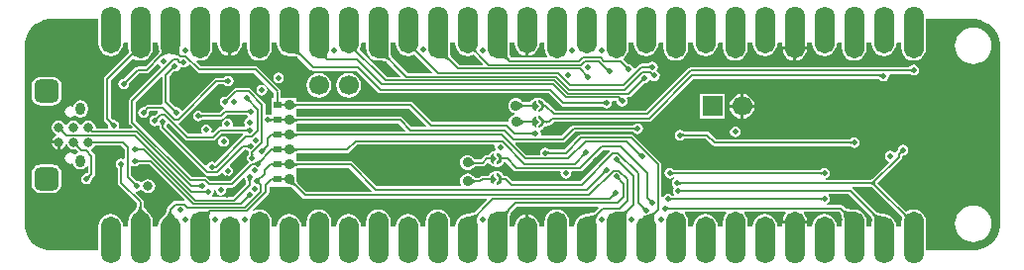
<source format=gbl>
G04*
G04 #@! TF.GenerationSoftware,Altium Limited,Altium Designer,20.1.11 (218)*
G04*
G04 Layer_Physical_Order=4*
G04 Layer_Color=16711680*
%FSLAX43Y43*%
%MOMM*%
G71*
G04*
G04 #@! TF.SameCoordinates,BD5628E5-7E1B-49FB-A763-C87F1538D8A8*
G04*
G04*
G04 #@! TF.FilePolarity,Positive*
G04*
G01*
G75*
%ADD14C,0.150*%
G04:AMPARAMS|DCode=22|XSize=2mm|YSize=2.1mm|CornerRadius=0.52mm|HoleSize=0mm|Usage=FLASHONLY|Rotation=270.000|XOffset=0mm|YOffset=0mm|HoleType=Round|Shape=RoundedRectangle|*
%AMROUNDEDRECTD22*
21,1,2.000,1.060,0,0,270.0*
21,1,0.960,2.100,0,0,270.0*
1,1,1.040,-0.530,-0.480*
1,1,1.040,-0.530,0.480*
1,1,1.040,0.530,0.480*
1,1,1.040,0.530,-0.480*
%
%ADD22ROUNDEDRECTD22*%
G04:AMPARAMS|DCode=23|XSize=1.05mm|YSize=0.84mm|CornerRadius=0.42mm|HoleSize=0mm|Usage=FLASHONLY|Rotation=270.000|XOffset=0mm|YOffset=0mm|HoleType=Round|Shape=RoundedRectangle|*
%AMROUNDEDRECTD23*
21,1,1.050,0.000,0,0,270.0*
21,1,0.210,0.840,0,0,270.0*
1,1,0.840,0.000,-0.105*
1,1,0.840,0.000,0.105*
1,1,0.840,0.000,0.105*
1,1,0.840,0.000,-0.105*
%
%ADD23ROUNDEDRECTD23*%
%ADD32C,0.250*%
%ADD51R,0.650X0.500*%
%ADD95C,0.500*%
%ADD104C,0.175*%
%ADD109R,0.350X0.250*%
%ADD110C,1.700*%
%ADD111C,0.900*%
%ADD112O,1.702X3.937*%
%ADD113C,1.702*%
%ADD114O,1.702X4.343*%
%ADD115R,1.700X1.700*%
%ADD116C,3.600*%
%ADD128C,0.800*%
%ADD129C,0.800*%
G36*
X33709Y17593D02*
X33702Y17578D01*
X33699Y17563D01*
X33700Y17546D01*
X33705Y17527D01*
X33714Y17507D01*
X33727Y17485D01*
X33744Y17462D01*
X33765Y17438D01*
X33790Y17412D01*
X33663Y17291D01*
X33637Y17316D01*
X33612Y17337D01*
X33589Y17354D01*
X33567Y17367D01*
X33547Y17376D01*
X33528Y17382D01*
X33510Y17384D01*
X33494Y17381D01*
X33479Y17375D01*
X33466Y17365D01*
X33719Y17605D01*
X33709Y17593D01*
D02*
G37*
G36*
X38754Y17552D02*
X38747Y17539D01*
X38744Y17523D01*
X38745Y17506D01*
X38750Y17488D01*
X38759Y17468D01*
X38772Y17446D01*
X38789Y17423D01*
X38811Y17397D01*
X38836Y17371D01*
X38702Y17257D01*
X38675Y17283D01*
X38650Y17305D01*
X38626Y17323D01*
X38603Y17337D01*
X38582Y17347D01*
X38562Y17353D01*
X38544Y17355D01*
X38527Y17354D01*
X38512Y17349D01*
X38498Y17339D01*
X38766Y17564D01*
X38754Y17552D01*
D02*
G37*
G36*
X28593Y17550D02*
X28585Y17537D01*
X28582Y17521D01*
X28583Y17505D01*
X28588Y17486D01*
X28597Y17466D01*
X28610Y17444D01*
X28628Y17421D01*
X28649Y17396D01*
X28675Y17369D01*
X28540Y17255D01*
X28513Y17281D01*
X28488Y17303D01*
X28464Y17321D01*
X28441Y17335D01*
X28420Y17345D01*
X28400Y17352D01*
X28382Y17354D01*
X28365Y17353D01*
X28349Y17347D01*
X28335Y17338D01*
X28604Y17562D01*
X28593Y17550D01*
D02*
G37*
G36*
X13516Y17703D02*
X13493Y17476D01*
X13491Y17377D01*
X13495Y17287D01*
X13505Y17206D01*
X13521Y17135D01*
X13544Y17073D01*
X13573Y17021D01*
X13608Y16978D01*
X13488Y16886D01*
X13455Y16912D01*
X13410Y16938D01*
X13351Y16963D01*
X13278Y16989D01*
X13094Y17041D01*
X12856Y17092D01*
X12670Y17125D01*
X12659Y17123D01*
X12353Y17070D01*
X12269Y17048D01*
X12193Y17023D01*
X12127Y16995D01*
X12068Y16965D01*
X12019Y16932D01*
X11978Y16897D01*
X11872Y17003D01*
X11909Y17046D01*
X11938Y17095D01*
X11959Y17150D01*
X11973Y17211D01*
X11979Y17278D01*
X11978Y17350D01*
X11969Y17428D01*
X11953Y17513D01*
X11929Y17603D01*
X11898Y17699D01*
X12660Y17211D01*
X13537Y17831D01*
X13516Y17703D01*
D02*
G37*
G36*
X9620Y17029D02*
X9610Y17038D01*
X9598Y17044D01*
X9585Y17047D01*
X9570Y17046D01*
X9554Y17042D01*
X9537Y17034D01*
X9518Y17023D01*
X9498Y17008D01*
X9477Y16990D01*
X9454Y16968D01*
X9358Y17084D01*
X9380Y17107D01*
X9398Y17128D01*
X9413Y17149D01*
X9425Y17168D01*
X9434Y17186D01*
X9439Y17203D01*
X9441Y17218D01*
X9439Y17233D01*
X9435Y17246D01*
X9427Y17258D01*
X9620Y17029D01*
D02*
G37*
G36*
X23711Y17838D02*
X23735Y17491D01*
X23750Y17397D01*
X23769Y17313D01*
X23791Y17240D01*
X23818Y17178D01*
X23848Y17126D01*
X23881Y17086D01*
X23758Y16962D01*
X23717Y16996D01*
X23665Y17025D01*
X23603Y17052D01*
X23530Y17074D01*
X23447Y17093D01*
X23352Y17108D01*
X23132Y17128D01*
X23005Y17132D01*
X22869Y17132D01*
X23711Y17975D01*
X23711Y17838D01*
D02*
G37*
G36*
X44660Y17678D02*
X44667Y17628D01*
X44660Y17577D01*
X44696Y17302D01*
X44802Y17047D01*
X44908Y16909D01*
X44846Y16782D01*
X41850D01*
X41801Y16830D01*
X41796Y16837D01*
X41780Y16863D01*
X41763Y16904D01*
X41746Y16959D01*
X41730Y17029D01*
X41718Y17108D01*
X41695Y17439D01*
X41695Y17538D01*
X41700Y17577D01*
X41693Y17628D01*
X41700Y17678D01*
Y18034D01*
X42075D01*
X42120Y17983D01*
X42156Y17709D01*
X42262Y17453D01*
X42430Y17234D01*
X42650Y17065D01*
X42906Y16959D01*
X43053Y16940D01*
Y17983D01*
X43307D01*
Y16940D01*
X43454Y16959D01*
X43710Y17065D01*
X43930Y17234D01*
X44098Y17453D01*
X44204Y17709D01*
X44240Y17983D01*
X44285Y18034D01*
X44660D01*
Y17678D01*
D02*
G37*
G36*
X26143Y17151D02*
X26123Y17092D01*
X26111Y17036D01*
X26105Y16983D01*
X26105Y16932D01*
X26113Y16883D01*
X26127Y16837D01*
X26149Y16793D01*
X26176Y16751D01*
X26211Y16712D01*
X26087Y16588D01*
X26045Y16626D01*
X26000Y16658D01*
X25952Y16686D01*
X25901Y16708D01*
X25846Y16725D01*
X25788Y16737D01*
X25727Y16744D01*
X25663Y16746D01*
X25595Y16743D01*
X25524Y16735D01*
X25732Y16889D01*
X25726Y16890D01*
X25708Y16890D01*
X25690Y16886D01*
X25675Y16879D01*
X25909Y17019D01*
X26169Y17212D01*
X26143Y17151D01*
D02*
G37*
G36*
X41491Y17431D02*
X41515Y17085D01*
X41530Y16990D01*
X41549Y16907D01*
X41571Y16834D01*
X41598Y16772D01*
X41628Y16720D01*
X41661Y16679D01*
X41538Y16555D01*
X41497Y16589D01*
X41445Y16619D01*
X41383Y16645D01*
X41310Y16668D01*
X41227Y16687D01*
X41132Y16702D01*
X40912Y16721D01*
X40785Y16726D01*
X40649Y16726D01*
X41491Y17568D01*
X41491Y17431D01*
D02*
G37*
G36*
X36411D02*
X36435Y17085D01*
X36450Y16990D01*
X36469Y16907D01*
X36491Y16834D01*
X36518Y16772D01*
X36548Y16720D01*
X36581Y16679D01*
X36458Y16555D01*
X36417Y16589D01*
X36365Y16619D01*
X36303Y16645D01*
X36230Y16668D01*
X36147Y16687D01*
X36052Y16702D01*
X35832Y16721D01*
X35705Y16726D01*
X35569Y16726D01*
X36411Y17568D01*
X36411Y17431D01*
D02*
G37*
G36*
X31331D02*
X31355Y17085D01*
X31370Y16990D01*
X31389Y16907D01*
X31411Y16834D01*
X31438Y16772D01*
X31468Y16720D01*
X31501Y16679D01*
X31378Y16555D01*
X31337Y16589D01*
X31285Y16619D01*
X31223Y16645D01*
X31150Y16668D01*
X31067Y16687D01*
X30972Y16702D01*
X30752Y16721D01*
X30625Y16726D01*
X30489Y16726D01*
X31331Y17568D01*
X31331Y17431D01*
D02*
G37*
G36*
X81947Y19977D02*
X82362Y19805D01*
X82737Y19555D01*
X83055Y19237D01*
X83305Y18862D01*
X83477Y18447D01*
X83565Y18005D01*
Y17780D01*
Y2540D01*
Y2315D01*
X83477Y1873D01*
X83305Y1458D01*
X83055Y1083D01*
X82737Y765D01*
X82362Y515D01*
X81947Y343D01*
X81505Y255D01*
X77260D01*
Y2642D01*
X77253Y2692D01*
X77260Y2743D01*
X77224Y3018D01*
X77118Y3273D01*
X76950Y3493D01*
X76730Y3661D01*
X76474Y3767D01*
X76200Y3803D01*
X75926Y3767D01*
X75670Y3661D01*
X75572Y3586D01*
X73133Y6025D01*
X75143Y8035D01*
X75207Y8130D01*
X75229Y8243D01*
Y8313D01*
X75300Y8416D01*
X75476Y8451D01*
X75624Y8551D01*
X75724Y8699D01*
X75759Y8875D01*
X75724Y9051D01*
X75624Y9199D01*
X75476Y9299D01*
X75300Y9334D01*
X75124Y9299D01*
X74976Y9199D01*
X74876Y9051D01*
X74841Y8875D01*
X74845Y8855D01*
X74845Y8853D01*
X74844Y8847D01*
X74842Y8841D01*
X74840Y8836D01*
X74838Y8831D01*
X74836Y8826D01*
X74834Y8823D01*
X74729Y8718D01*
X74699Y8673D01*
X74557Y8663D01*
X74552Y8665D01*
X74545Y8674D01*
X74396Y8774D01*
X74221Y8809D01*
X74045Y8774D01*
X73896Y8674D01*
X73797Y8526D01*
X73762Y8350D01*
X73797Y8174D01*
X73896Y8026D01*
X74033Y7934D01*
X74054Y7900D01*
X74083Y7804D01*
X72641Y6362D01*
X72633Y6356D01*
X72619Y6347D01*
X72605Y6339D01*
X72591Y6332D01*
X72577Y6327D01*
X72561Y6323D01*
X72545Y6320D01*
X72535Y6318D01*
X68735D01*
X68722Y6445D01*
X68751Y6451D01*
X68899Y6551D01*
X68999Y6699D01*
X69034Y6875D01*
X68999Y7051D01*
X68899Y7199D01*
X68751Y7299D01*
X68575Y7334D01*
X68399Y7299D01*
X68251Y7199D01*
X68239Y7183D01*
X68238Y7181D01*
X68232Y7177D01*
X68227Y7174D01*
X68222Y7172D01*
X68217Y7170D01*
X68212Y7169D01*
X68208Y7168D01*
X55742D01*
X55738Y7169D01*
X55733Y7170D01*
X55728Y7172D01*
X55723Y7174D01*
X55718Y7177D01*
X55712Y7181D01*
X55711Y7183D01*
X55699Y7199D01*
X55551Y7299D01*
X55375Y7334D01*
X55199Y7299D01*
X55051Y7199D01*
X54951Y7051D01*
X54916Y6875D01*
X54951Y6699D01*
X55051Y6551D01*
X55199Y6451D01*
X55375Y6416D01*
X55551Y6451D01*
X55699Y6551D01*
X55711Y6567D01*
X55712Y6569D01*
X55718Y6573D01*
X55723Y6576D01*
X55752Y6568D01*
X55773Y6559D01*
X55775Y6558D01*
X55777Y6416D01*
X55678Y6350D01*
X55579Y6201D01*
X55544Y6025D01*
X55579Y5850D01*
X55678Y5701D01*
X55763Y5644D01*
X55701Y5551D01*
X55666Y5375D01*
X55701Y5199D01*
X55789Y5068D01*
X55768Y4997D01*
X55735Y4941D01*
X55610D01*
X55609Y4942D01*
X55604Y4943D01*
X55599Y4945D01*
X55593Y4949D01*
X55585Y4953D01*
X55576Y4960D01*
X55568Y4967D01*
X55556Y4985D01*
X55407Y5085D01*
X55231Y5120D01*
X55056Y5085D01*
X54907Y4985D01*
X54810Y4841D01*
X54799Y4838D01*
X54683Y4862D01*
Y7660D01*
X54661Y7772D01*
X54597Y7867D01*
X52313Y10152D01*
X52218Y10215D01*
X52106Y10238D01*
X47794D01*
X47682Y10215D01*
X47587Y10152D01*
X46354Y8918D01*
X45117D01*
X45113Y8919D01*
X45108Y8920D01*
X45103Y8922D01*
X45098Y8924D01*
X45093Y8927D01*
X45087Y8931D01*
X45086Y8933D01*
X45074Y8949D01*
X44926Y9049D01*
X44750Y9084D01*
X44574Y9049D01*
X44426Y8949D01*
X44326Y8801D01*
X44291Y8625D01*
X44307Y8546D01*
X44206Y8419D01*
X43153D01*
X42183Y9390D01*
X42231Y9507D01*
X46250D01*
X46362Y9529D01*
X46457Y9593D01*
X47279Y10414D01*
X52261D01*
X52262Y10414D01*
X52264Y10413D01*
X52266Y10412D01*
X52268Y10411D01*
X52270Y10410D01*
X52273Y10408D01*
X52276Y10404D01*
X52286Y10393D01*
X52290Y10390D01*
X52313Y10355D01*
X52462Y10256D01*
X52638Y10221D01*
X52813Y10256D01*
X52962Y10355D01*
X53062Y10504D01*
X53097Y10680D01*
X53062Y10855D01*
X52962Y11004D01*
X52813Y11103D01*
X52638Y11138D01*
X52462Y11103D01*
X52372Y11043D01*
X52356Y11035D01*
X52341Y11024D01*
X52332Y11018D01*
X52324Y11013D01*
X52316Y11009D01*
X52308Y11006D01*
X52300Y11003D01*
X52292Y11001D01*
X52286Y11000D01*
X47157D01*
X47045Y10978D01*
X46950Y10915D01*
X46129Y10093D01*
X44452D01*
X44348Y10220D01*
X44362Y10291D01*
X44327Y10467D01*
X44327Y10467D01*
X44327Y10467D01*
X44326Y10471D01*
X44379Y10618D01*
X44486Y10663D01*
X44552Y10707D01*
X44693Y10848D01*
X44744Y10912D01*
X44773Y10906D01*
X44801Y10897D01*
X44811Y10898D01*
X44822Y10896D01*
X44851Y10902D01*
X44880Y10904D01*
X44889Y10910D01*
X44900Y10912D01*
X44924Y10928D01*
X44950Y10941D01*
X44957Y10950D01*
X44966Y10956D01*
X44982Y10980D01*
X44984Y10982D01*
X45050D01*
X45162Y11004D01*
X45257Y11068D01*
X45471Y11282D01*
X53600D01*
X53712Y11304D01*
X53807Y11368D01*
X57382Y14943D01*
X73271D01*
X73271Y14943D01*
X73273Y14942D01*
X73274Y14942D01*
X73275Y14941D01*
X73276Y14940D01*
X73278Y14939D01*
X73281Y14936D01*
X73290Y14925D01*
X73298Y14918D01*
X73326Y14877D01*
X73474Y14777D01*
X73650Y14742D01*
X73826Y14777D01*
X73974Y14877D01*
X74074Y15025D01*
X74109Y15201D01*
X74095Y15268D01*
X74200Y15395D01*
X75847D01*
X75853Y15394D01*
X75861Y15392D01*
X75868Y15390D01*
X75876Y15387D01*
X75884Y15383D01*
X75892Y15378D01*
X75901Y15372D01*
X75915Y15361D01*
X75930Y15353D01*
X76024Y15290D01*
X76200Y15256D01*
X76376Y15290D01*
X76524Y15390D01*
X76624Y15539D01*
X76659Y15714D01*
X76624Y15890D01*
X76524Y16039D01*
X76376Y16138D01*
X76200Y16173D01*
X76024Y16138D01*
X75876Y16039D01*
X75854Y16006D01*
X75850Y16003D01*
X75840Y15992D01*
X75837Y15988D01*
X75834Y15986D01*
X75832Y15985D01*
X75830Y15984D01*
X75828Y15983D01*
X75825Y15982D01*
X75823Y15982D01*
X57188D01*
X57076Y15959D01*
X56981Y15896D01*
X53329Y12243D01*
X45621D01*
X44982Y12882D01*
X44887Y12946D01*
X44775Y12968D01*
X44765D01*
X44737Y13036D01*
X44693Y13102D01*
X44552Y13243D01*
X44486Y13287D01*
X44302Y13363D01*
X44224Y13379D01*
X44125D01*
X44047Y13363D01*
X44006Y13336D01*
X43993Y13339D01*
X43958Y13347D01*
X43954Y13347D01*
X43951Y13347D01*
X43915Y13340D01*
X43879Y13335D01*
X43807Y13308D01*
X43781Y13292D01*
X43754Y13278D01*
X43633Y13184D01*
X43613Y13161D01*
X43590Y13139D01*
X43503Y13014D01*
X43491Y12985D01*
X43476Y12958D01*
X43475Y12955D01*
X42946D01*
X42940Y12957D01*
X42926Y12962D01*
X42905Y12971D01*
X42880Y12985D01*
X42850Y13004D01*
X42819Y13027D01*
X42739Y13094D01*
X42709Y13122D01*
X42703Y13130D01*
X42568Y13234D01*
X42410Y13300D01*
X42240Y13322D01*
X42070Y13300D01*
X41912Y13234D01*
X41776Y13130D01*
X41672Y12994D01*
X41607Y12836D01*
X41584Y12666D01*
X41607Y12497D01*
X41672Y12339D01*
X41776Y12203D01*
X41912Y12099D01*
X42070Y12033D01*
X42074Y12033D01*
X42083Y11906D01*
X41925Y11840D01*
X41789Y11736D01*
X41685Y11600D01*
X41620Y11442D01*
X41608Y11355D01*
X41606Y11350D01*
X41481Y11263D01*
X41473Y11262D01*
X41442Y11269D01*
X35096D01*
X33447Y12917D01*
X33352Y12981D01*
X33240Y13003D01*
X23558D01*
X23550Y13005D01*
X23534Y13010D01*
X23514Y13018D01*
X23489Y13031D01*
X23460Y13049D01*
X23450Y13056D01*
Y13356D01*
X22860Y13356D01*
X22860Y13356D01*
X22860Y13356D01*
X22140Y13356D01*
Y13870D01*
X22138Y13882D01*
X22140Y13895D01*
X22119Y14002D01*
X22058Y14093D01*
X20175Y15977D01*
X20084Y16037D01*
X19977Y16059D01*
X19869Y16037D01*
X19864Y16034D01*
X15328D01*
X14926Y16436D01*
X14942Y16484D01*
X14992Y16550D01*
X15240Y16517D01*
X15514Y16553D01*
X15770Y16659D01*
X15990Y16827D01*
X16158Y17047D01*
X16264Y17302D01*
X16300Y17577D01*
X16293Y17628D01*
X16300Y17678D01*
Y18034D01*
X16675D01*
X16720Y17983D01*
X16756Y17709D01*
X16862Y17453D01*
X17030Y17234D01*
X17250Y17065D01*
X17506Y16959D01*
X17653Y16940D01*
Y17983D01*
X17907D01*
Y16940D01*
X18054Y16959D01*
X18310Y17065D01*
X18530Y17234D01*
X18698Y17453D01*
X18804Y17709D01*
X18840Y17983D01*
X18885Y18034D01*
X19260D01*
Y17678D01*
X19267Y17628D01*
X19260Y17577D01*
X19296Y17302D01*
X19402Y17047D01*
X19570Y16827D01*
X19790Y16659D01*
X20046Y16553D01*
X20320Y16517D01*
X20594Y16553D01*
X20850Y16659D01*
X21070Y16827D01*
X21238Y17047D01*
X21344Y17302D01*
X21380Y17577D01*
X21373Y17628D01*
X21380Y17678D01*
Y18034D01*
X21755D01*
X21800Y17983D01*
X21836Y17709D01*
X21942Y17453D01*
X22110Y17234D01*
X22330Y17065D01*
X22586Y16959D01*
X22860Y16923D01*
X22899Y16928D01*
X23002Y16928D01*
X23119Y16924D01*
X23327Y16906D01*
X23408Y16893D01*
X23477Y16877D01*
X23533Y16860D01*
X23574Y16843D01*
X23600Y16828D01*
X23607Y16822D01*
X24686Y15743D01*
X24781Y15679D01*
X24893Y15657D01*
X28619D01*
X30458Y13818D01*
X30553Y13754D01*
X30666Y13732D01*
X45046D01*
X46094Y12684D01*
X46189Y12621D01*
X46301Y12598D01*
X49603D01*
X49606Y12598D01*
X49611Y12596D01*
X49616Y12594D01*
X49621Y12592D01*
X49626Y12589D01*
X49632Y12585D01*
X49633Y12584D01*
X49645Y12567D01*
X49793Y12468D01*
X49969Y12433D01*
X50145Y12468D01*
X50293Y12567D01*
X50393Y12716D01*
X50428Y12891D01*
X50414Y12959D01*
X50519Y13086D01*
X50717D01*
X50841Y13062D01*
X50876Y12886D01*
X50975Y12737D01*
X51124Y12638D01*
X51300Y12603D01*
X51475Y12638D01*
X51624Y12737D01*
X51724Y12886D01*
X51759Y13062D01*
X51724Y13237D01*
X51693Y13284D01*
X51760Y13411D01*
X51878D01*
X51990Y13433D01*
X52085Y13497D01*
X53182Y14593D01*
X53185Y14595D01*
X53189Y14598D01*
X53194Y14600D01*
X53199Y14601D01*
X53205Y14603D01*
X53212Y14604D01*
X53214Y14604D01*
X53234Y14600D01*
X53409Y14635D01*
X53558Y14735D01*
X53643Y14862D01*
X53704Y14887D01*
X53789Y14894D01*
X53911Y14812D01*
X54087Y14777D01*
X54263Y14812D01*
X54411Y14912D01*
X54511Y15060D01*
X54546Y15236D01*
X54511Y15412D01*
X54411Y15560D01*
X54263Y15660D01*
X54251Y15687D01*
X54327Y15799D01*
X54361Y15975D01*
X54327Y16151D01*
X54227Y16299D01*
X54078Y16399D01*
X53903Y16434D01*
X53727Y16399D01*
X53578Y16299D01*
X53566Y16281D01*
X53558Y16274D01*
X53549Y16267D01*
X53541Y16263D01*
X53535Y16259D01*
X53530Y16257D01*
X53525Y16256D01*
X53524Y16255D01*
X52975D01*
X52868Y16234D01*
X52777Y16173D01*
X52445Y15842D01*
X52307Y15883D01*
X52299Y15926D01*
X52199Y16074D01*
X52051Y16174D01*
X51875Y16209D01*
X51855Y16205D01*
X51853Y16205D01*
X51847Y16206D01*
X51841Y16208D01*
X51836Y16210D01*
X51831Y16212D01*
X51826Y16214D01*
X51823Y16216D01*
X51427Y16613D01*
X51435Y16740D01*
X51550Y16827D01*
X51718Y17047D01*
X51824Y17302D01*
X51860Y17577D01*
X51853Y17628D01*
X51860Y17678D01*
Y18034D01*
X52235D01*
X52280Y17983D01*
X52316Y17709D01*
X52422Y17453D01*
X52590Y17234D01*
X52810Y17065D01*
X53066Y16959D01*
X53340Y16923D01*
X53614Y16959D01*
X53870Y17065D01*
X54090Y17234D01*
X54258Y17453D01*
X54364Y17709D01*
X54400Y17983D01*
X54445Y18034D01*
X54820D01*
Y17678D01*
X54827Y17628D01*
X54820Y17577D01*
X54856Y17302D01*
X54962Y17047D01*
X55130Y16827D01*
X55350Y16659D01*
X55606Y16553D01*
X55880Y16517D01*
X56154Y16553D01*
X56410Y16659D01*
X56630Y16827D01*
X56798Y17047D01*
X56904Y17302D01*
X56940Y17577D01*
X56933Y17628D01*
X56940Y17678D01*
Y18034D01*
X57315D01*
X57360Y17983D01*
X57396Y17709D01*
X57502Y17453D01*
X57670Y17234D01*
X57890Y17065D01*
X58146Y16959D01*
X58420Y16923D01*
X58694Y16959D01*
X58950Y17065D01*
X59170Y17234D01*
X59338Y17453D01*
X59444Y17709D01*
X59480Y17983D01*
X59525Y18034D01*
X59900D01*
Y17678D01*
X59907Y17628D01*
X59900Y17577D01*
X59936Y17302D01*
X60042Y17047D01*
X60210Y16827D01*
X60430Y16659D01*
X60686Y16553D01*
X60960Y16517D01*
X61234Y16553D01*
X61490Y16659D01*
X61710Y16827D01*
X61878Y17047D01*
X61984Y17302D01*
X62020Y17577D01*
X62013Y17628D01*
X62020Y17678D01*
Y18034D01*
X62395D01*
X62440Y17983D01*
X62476Y17709D01*
X62582Y17453D01*
X62750Y17234D01*
X62970Y17065D01*
X63226Y16959D01*
X63500Y16923D01*
X63774Y16959D01*
X64030Y17065D01*
X64250Y17234D01*
X64418Y17453D01*
X64524Y17709D01*
X64560Y17983D01*
X64605Y18034D01*
X64980D01*
Y17704D01*
X66040D01*
X67100D01*
Y18034D01*
X67475D01*
X67520Y17983D01*
X67556Y17709D01*
X67662Y17453D01*
X67830Y17234D01*
X68050Y17065D01*
X68306Y16959D01*
X68580Y16923D01*
X68854Y16959D01*
X69110Y17065D01*
X69330Y17234D01*
X69498Y17453D01*
X69604Y17709D01*
X69640Y17983D01*
X69685Y18034D01*
X70060D01*
Y17678D01*
X70067Y17628D01*
X70060Y17577D01*
X70096Y17302D01*
X70202Y17047D01*
X70370Y16827D01*
X70590Y16659D01*
X70846Y16553D01*
X71120Y16517D01*
X71394Y16553D01*
X71650Y16659D01*
X71870Y16827D01*
X72038Y17047D01*
X72144Y17302D01*
X72180Y17577D01*
X72173Y17628D01*
X72180Y17678D01*
Y18034D01*
X72555D01*
X72600Y17983D01*
X72636Y17709D01*
X72742Y17453D01*
X72910Y17234D01*
X73130Y17065D01*
X73386Y16959D01*
X73660Y16923D01*
X73934Y16959D01*
X74190Y17065D01*
X74410Y17234D01*
X74578Y17453D01*
X74684Y17709D01*
X74720Y17983D01*
X74765Y18034D01*
X75140D01*
Y17678D01*
X75147Y17628D01*
X75140Y17577D01*
X75176Y17302D01*
X75282Y17047D01*
X75450Y16827D01*
X75670Y16659D01*
X75926Y16553D01*
X76200Y16517D01*
X76474Y16553D01*
X76730Y16659D01*
X76950Y16827D01*
X77118Y17047D01*
X77224Y17302D01*
X77260Y17577D01*
X77253Y17628D01*
X77260Y17678D01*
Y20065D01*
X81280D01*
X81505D01*
X81947Y19977D01*
D02*
G37*
G36*
X11640Y17983D02*
X11676Y17709D01*
X11703Y17643D01*
X11704Y17635D01*
X11734Y17545D01*
X11754Y17467D01*
X11768Y17398D01*
X11774Y17337D01*
X11775Y17286D01*
X11771Y17244D01*
X11764Y17210D01*
X11754Y17185D01*
X11742Y17165D01*
X11738Y17160D01*
X11720Y17148D01*
X10577Y16005D01*
X9925D01*
X9818Y15984D01*
X9727Y15923D01*
X8794Y14991D01*
X8793Y14990D01*
X8789Y14988D01*
X8784Y14986D01*
X8777Y14984D01*
X8768Y14982D01*
X8758Y14980D01*
X8747Y14979D01*
X8725Y14984D01*
X8549Y14949D01*
X8401Y14849D01*
X8301Y14701D01*
X8266Y14525D01*
X8301Y14349D01*
X8401Y14201D01*
X8549Y14101D01*
X8725Y14066D01*
X8901Y14101D01*
X9049Y14201D01*
X9149Y14349D01*
X9184Y14525D01*
X9179Y14547D01*
X9180Y14558D01*
X9182Y14568D01*
X9184Y14577D01*
X9186Y14584D01*
X9188Y14589D01*
X9190Y14593D01*
X9191Y14594D01*
X10041Y15445D01*
X10693D01*
X10801Y15466D01*
X10891Y15527D01*
X11589Y16224D01*
X11752Y16208D01*
X11791Y16151D01*
X11893Y16082D01*
X11925Y15934D01*
X9275Y13285D01*
X9214Y13194D01*
X9193Y13086D01*
Y11248D01*
X9214Y11141D01*
X9275Y11050D01*
X9477Y10848D01*
X9428Y10730D01*
X8372D01*
X8300Y10857D01*
X8329Y11000D01*
X8294Y11176D01*
X8194Y11324D01*
X8046Y11424D01*
X7870Y11459D01*
X7848Y11454D01*
X7837Y11455D01*
X7827Y11457D01*
X7818Y11459D01*
X7811Y11461D01*
X7806Y11463D01*
X7802Y11465D01*
X7801Y11466D01*
X7626Y11640D01*
Y14850D01*
X9520Y16743D01*
X9630Y16659D01*
X9886Y16553D01*
X10160Y16517D01*
X10434Y16553D01*
X10690Y16659D01*
X10910Y16827D01*
X11078Y17047D01*
X11184Y17302D01*
X11220Y17577D01*
X11213Y17628D01*
X11220Y17678D01*
Y18034D01*
X11595D01*
X11640Y17983D01*
D02*
G37*
G36*
X13662Y16254D02*
X13651Y16268D01*
X13639Y16280D01*
X13625Y16290D01*
X13610Y16300D01*
X13594Y16307D01*
X13576Y16314D01*
X13556Y16319D01*
X13536Y16322D01*
X13514Y16324D01*
X13490Y16325D01*
Y16475D01*
X13514Y16476D01*
X13536Y16478D01*
X13556Y16481D01*
X13576Y16486D01*
X13594Y16493D01*
X13610Y16501D01*
X13625Y16510D01*
X13639Y16520D01*
X13651Y16532D01*
X13662Y16546D01*
Y16254D01*
D02*
G37*
G36*
X37040Y17983D02*
X37076Y17709D01*
X37182Y17453D01*
X37350Y17234D01*
X37570Y17065D01*
X37826Y16959D01*
X38100Y16923D01*
X38374Y16959D01*
X38611Y17057D01*
X39420Y16249D01*
X39371Y16132D01*
X37420D01*
X36721Y16830D01*
X36716Y16837D01*
X36701Y16863D01*
X36683Y16904D01*
X36666Y16959D01*
X36650Y17029D01*
X36638Y17108D01*
X36615Y17439D01*
X36615Y17538D01*
X36620Y17577D01*
X36613Y17628D01*
X36620Y17678D01*
Y18034D01*
X36995D01*
X37040Y17983D01*
D02*
G37*
G36*
X15013Y15555D02*
X15104Y15494D01*
X15212Y15473D01*
X19886D01*
X21580Y13779D01*
Y13356D01*
X21335D01*
Y11925D01*
X21230Y11860D01*
X21208Y11860D01*
X21040Y11894D01*
X20972Y11880D01*
X20845Y11985D01*
Y12722D01*
X20824Y12829D01*
X20763Y12920D01*
X19585Y14098D01*
X19494Y14159D01*
X19387Y14180D01*
X18327D01*
X18219Y14159D01*
X18128Y14098D01*
X17469Y13439D01*
X17468Y13439D01*
X17464Y13436D01*
X17459Y13434D01*
X17452Y13432D01*
X17443Y13430D01*
X17432Y13429D01*
X17422Y13428D01*
X17400Y13432D01*
X17224Y13397D01*
X17075Y13298D01*
X16976Y13149D01*
X16941Y12973D01*
X16976Y12798D01*
X17075Y12649D01*
X17224Y12549D01*
X17263Y12542D01*
X17284Y12408D01*
X17232Y12373D01*
X16914Y12055D01*
X15493D01*
X15492Y12056D01*
X15488Y12057D01*
X15483Y12059D01*
X15476Y12063D01*
X15469Y12067D01*
X15460Y12074D01*
X15452Y12081D01*
X15439Y12099D01*
X15291Y12199D01*
X15115Y12234D01*
X14939Y12199D01*
X14791Y12099D01*
X14691Y11951D01*
X14656Y11775D01*
X14691Y11599D01*
X14791Y11451D01*
X14939Y11351D01*
X15115Y11316D01*
X15291Y11351D01*
X15439Y11451D01*
X15452Y11469D01*
X15460Y11476D01*
X15469Y11483D01*
X15476Y11487D01*
X15483Y11491D01*
X15488Y11493D01*
X15492Y11494D01*
X15493Y11495D01*
X17031D01*
X17138Y11516D01*
X17229Y11577D01*
X17547Y11895D01*
X19236D01*
X19237Y11894D01*
X19241Y11893D01*
X19246Y11891D01*
X19253Y11887D01*
X19260Y11883D01*
X19269Y11876D01*
X19277Y11869D01*
X19290Y11851D01*
X19378Y11791D01*
X19352Y11656D01*
X19314Y11649D01*
X19166Y11549D01*
X19066Y11401D01*
X19031Y11225D01*
X19066Y11049D01*
X19111Y10982D01*
X19043Y10855D01*
X18101D01*
X18029Y10982D01*
X18058Y11125D01*
X18023Y11301D01*
X17923Y11449D01*
X17775Y11549D01*
X17599Y11584D01*
X17423Y11549D01*
X17275Y11449D01*
X17175Y11301D01*
X17140Y11125D01*
X17169Y10982D01*
X17097Y10855D01*
X16965D01*
X16858Y10834D01*
X16767Y10773D01*
X16348Y10355D01*
X16316Y10370D01*
X16244Y10430D01*
X16274Y10581D01*
X16239Y10757D01*
X16139Y10905D01*
X15991Y11005D01*
X15815Y11040D01*
X15639Y11005D01*
X15491Y10905D01*
X15391Y10757D01*
X15356Y10581D01*
X15391Y10405D01*
X15406Y10382D01*
X15339Y10255D01*
X14281D01*
X13432Y11104D01*
X13474Y11242D01*
X13504Y11248D01*
X13595Y11309D01*
X16781Y14495D01*
X17280D01*
X17281Y14494D01*
X17286Y14493D01*
X17291Y14491D01*
X17297Y14487D01*
X17305Y14483D01*
X17314Y14476D01*
X17322Y14469D01*
X17334Y14451D01*
X17483Y14351D01*
X17659Y14316D01*
X17834Y14351D01*
X17983Y14451D01*
X18082Y14599D01*
X18117Y14775D01*
X18082Y14951D01*
X17983Y15099D01*
X17834Y15199D01*
X17659Y15234D01*
X17483Y15199D01*
X17334Y15099D01*
X17322Y15081D01*
X17314Y15074D01*
X17305Y15067D01*
X17297Y15063D01*
X17291Y15059D01*
X17286Y15057D01*
X17281Y15056D01*
X17280Y15055D01*
X16665D01*
X16558Y15034D01*
X16467Y14973D01*
X13756Y12263D01*
X13609Y12295D01*
X13539Y12399D01*
X13391Y12499D01*
X13215Y12534D01*
X13193Y12529D01*
X13182Y12530D01*
X13172Y12532D01*
X13163Y12534D01*
X13156Y12536D01*
X13151Y12538D01*
X13147Y12540D01*
X13146Y12541D01*
X12620Y13066D01*
Y15159D01*
X13046Y15584D01*
X13047Y15585D01*
X13051Y15587D01*
X13056Y15589D01*
X13063Y15591D01*
X13072Y15593D01*
X13082Y15595D01*
X13093Y15596D01*
X13115Y15591D01*
X13291Y15626D01*
X13439Y15726D01*
X13539Y15874D01*
X13548Y15918D01*
X13689Y15977D01*
X13689Y15976D01*
X13865Y15941D01*
X14041Y15976D01*
X14189Y16076D01*
X14239Y16150D01*
X14398Y16171D01*
X15013Y15555D01*
D02*
G37*
G36*
X53724Y15800D02*
X53704Y15819D01*
X53684Y15836D01*
X53664Y15851D01*
X53643Y15864D01*
X53623Y15875D01*
X53601Y15884D01*
X53580Y15891D01*
X53558Y15896D01*
X53536Y15899D01*
X53514Y15900D01*
Y16050D01*
X53536Y16051D01*
X53558Y16054D01*
X53580Y16059D01*
X53601Y16066D01*
X53623Y16075D01*
X53643Y16086D01*
X53664Y16099D01*
X53684Y16114D01*
X53704Y16131D01*
X53724Y16150D01*
Y15800D01*
D02*
G37*
G36*
X51683Y16067D02*
X51701Y16053D01*
X51719Y16040D01*
X51739Y16029D01*
X51759Y16020D01*
X51781Y16013D01*
X51802Y16007D01*
X51825Y16003D01*
X51848Y16001D01*
X51873Y16000D01*
X51625Y15752D01*
X51624Y15777D01*
X51622Y15800D01*
X51618Y15823D01*
X51612Y15844D01*
X51605Y15866D01*
X51596Y15886D01*
X51585Y15906D01*
X51572Y15924D01*
X51558Y15942D01*
X51541Y15960D01*
X51665Y16084D01*
X51683Y16067D01*
D02*
G37*
G36*
X13112Y15800D02*
X13085Y15799D01*
X13059Y15797D01*
X13034Y15794D01*
X13010Y15788D01*
X12988Y15781D01*
X12966Y15773D01*
X12946Y15762D01*
X12927Y15751D01*
X12910Y15737D01*
X12893Y15722D01*
X12787Y15828D01*
X12802Y15845D01*
X12816Y15862D01*
X12828Y15881D01*
X12838Y15901D01*
X12846Y15923D01*
X12853Y15945D01*
X12859Y15969D01*
X12862Y15994D01*
X12864Y16020D01*
X12865Y16048D01*
X13112Y15800D01*
D02*
G37*
G36*
X50006Y15910D02*
X50025Y15896D01*
X50043Y15885D01*
X50063Y15875D01*
X50082Y15868D01*
X50103Y15863D01*
X50123Y15861D01*
X50145Y15861D01*
X50166Y15863D01*
X50189Y15867D01*
X50007Y15568D01*
X50000Y15592D01*
X49985Y15637D01*
X49975Y15659D01*
X49965Y15679D01*
X49954Y15699D01*
X49941Y15718D01*
X49927Y15737D01*
X49913Y15754D01*
X49897Y15771D01*
X49988Y15927D01*
X50006Y15910D01*
D02*
G37*
G36*
X76041Y15522D02*
X76021Y15537D01*
X76001Y15550D01*
X75981Y15562D01*
X75961Y15572D01*
X75939Y15581D01*
X75918Y15588D01*
X75896Y15594D01*
X75873Y15598D01*
X75851Y15600D01*
X75827Y15601D01*
X75808Y15776D01*
X75832Y15777D01*
X75855Y15780D01*
X75877Y15784D01*
X75898Y15791D01*
X75918Y15799D01*
X75937Y15810D01*
X75955Y15822D01*
X75973Y15836D01*
X75989Y15852D01*
X76004Y15870D01*
X76041Y15522D01*
D02*
G37*
G36*
X31960Y17983D02*
X31996Y17709D01*
X32102Y17453D01*
X32270Y17234D01*
X32490Y17065D01*
X32746Y16959D01*
X33020Y16923D01*
X33294Y16959D01*
X33550Y17065D01*
X33577Y17086D01*
X35108Y15555D01*
X35060Y15437D01*
X33034D01*
X31641Y16830D01*
X31636Y16837D01*
X31621Y16863D01*
X31603Y16904D01*
X31586Y16959D01*
X31570Y17029D01*
X31558Y17108D01*
X31535Y17439D01*
X31535Y17538D01*
X31540Y17577D01*
X31533Y17628D01*
X31540Y17678D01*
Y18034D01*
X31915D01*
X31960Y17983D01*
D02*
G37*
G36*
X53837Y15518D02*
X53855Y15505D01*
X53874Y15494D01*
X53894Y15485D01*
X53915Y15479D01*
X53936Y15474D01*
X53959Y15472D01*
X53982Y15473D01*
X54006Y15475D01*
X54031Y15480D01*
X53842Y15185D01*
X53836Y15213D01*
X53820Y15265D01*
X53811Y15289D01*
X53801Y15312D01*
X53791Y15333D01*
X53779Y15353D01*
X53766Y15371D01*
X53753Y15388D01*
X53738Y15403D01*
X53820Y15534D01*
X53837Y15518D01*
D02*
G37*
G36*
X48194Y15445D02*
X48212Y15431D01*
X48230Y15418D01*
X48250Y15407D01*
X48270Y15398D01*
X48292Y15391D01*
X48313Y15385D01*
X48336Y15381D01*
X48359Y15378D01*
X48383Y15378D01*
X48136Y15130D01*
X48135Y15155D01*
X48133Y15178D01*
X48129Y15200D01*
X48123Y15222D01*
X48116Y15243D01*
X48107Y15264D01*
X48096Y15283D01*
X48083Y15302D01*
X48069Y15320D01*
X48052Y15338D01*
X48176Y15461D01*
X48194Y15445D01*
D02*
G37*
G36*
X29420Y17678D02*
X29427Y17628D01*
X29420Y17577D01*
X29456Y17302D01*
X29562Y17047D01*
X29730Y16827D01*
X29950Y16659D01*
X30206Y16553D01*
X30480Y16517D01*
X30519Y16522D01*
X30622Y16522D01*
X30739Y16518D01*
X30947Y16500D01*
X31028Y16487D01*
X31097Y16471D01*
X31153Y16454D01*
X31194Y16436D01*
X31220Y16421D01*
X31227Y16416D01*
X32412Y15230D01*
X32364Y15112D01*
X31222D01*
X28865Y17469D01*
X28964Y17709D01*
X29000Y17983D01*
X29045Y18034D01*
X29420D01*
Y17678D01*
D02*
G37*
G36*
X73449Y15053D02*
X73434Y15071D01*
X73418Y15087D01*
X73402Y15102D01*
X73384Y15114D01*
X73365Y15125D01*
X73345Y15133D01*
X73324Y15140D01*
X73303Y15145D01*
X73280Y15148D01*
X73256Y15149D01*
X73282Y15324D01*
X73305Y15324D01*
X73328Y15327D01*
X73351Y15330D01*
X73373Y15336D01*
X73395Y15342D01*
X73416Y15351D01*
X73437Y15361D01*
X73458Y15372D01*
X73478Y15385D01*
X73498Y15399D01*
X73449Y15053D01*
D02*
G37*
G36*
X53231Y14809D02*
X53207Y14809D01*
X53184Y14806D01*
X53161Y14802D01*
X53139Y14797D01*
X53118Y14789D01*
X53098Y14780D01*
X53078Y14769D01*
X53059Y14756D01*
X53041Y14742D01*
X53024Y14726D01*
X52900Y14849D01*
X52916Y14867D01*
X52930Y14885D01*
X52943Y14904D01*
X52954Y14923D01*
X52963Y14944D01*
X52971Y14965D01*
X52977Y14987D01*
X52981Y15009D01*
X52983Y15033D01*
X52984Y15057D01*
X53231Y14809D01*
D02*
G37*
G36*
X17480Y14600D02*
X17460Y14619D01*
X17440Y14636D01*
X17420Y14651D01*
X17399Y14664D01*
X17379Y14675D01*
X17357Y14684D01*
X17336Y14691D01*
X17314Y14696D01*
X17292Y14699D01*
X17270Y14700D01*
Y14850D01*
X17292Y14851D01*
X17314Y14854D01*
X17336Y14859D01*
X17357Y14866D01*
X17379Y14875D01*
X17399Y14886D01*
X17420Y14899D01*
X17440Y14914D01*
X17460Y14931D01*
X17480Y14950D01*
Y14600D01*
D02*
G37*
G36*
X9053Y14747D02*
X9038Y14730D01*
X9024Y14713D01*
X9012Y14694D01*
X9002Y14674D01*
X8994Y14652D01*
X8987Y14630D01*
X8981Y14606D01*
X8978Y14581D01*
X8976Y14555D01*
X8975Y14528D01*
X8727Y14775D01*
X8755Y14776D01*
X8781Y14778D01*
X8806Y14781D01*
X8830Y14787D01*
X8852Y14794D01*
X8874Y14802D01*
X8894Y14812D01*
X8913Y14824D01*
X8930Y14838D01*
X8947Y14853D01*
X9053Y14747D01*
D02*
G37*
G36*
X51107Y13379D02*
X51126Y13365D01*
X51144Y13352D01*
X51164Y13341D01*
X51184Y13332D01*
X51205Y13324D01*
X51227Y13318D01*
X51250Y13314D01*
X51273Y13312D01*
X51297Y13311D01*
X51050Y13064D01*
X51049Y13088D01*
X51047Y13111D01*
X51043Y13134D01*
X51037Y13156D01*
X51030Y13177D01*
X51020Y13197D01*
X51009Y13217D01*
X50997Y13236D01*
X50982Y13254D01*
X50966Y13271D01*
X51090Y13395D01*
X51107Y13379D01*
D02*
G37*
G36*
X19466Y13287D02*
X19468Y13261D01*
X19471Y13236D01*
X19477Y13213D01*
X19484Y13190D01*
X19492Y13169D01*
X19503Y13149D01*
X19514Y13130D01*
X19528Y13112D01*
X19543Y13096D01*
X19437Y12990D01*
X19420Y13005D01*
X19403Y13018D01*
X19384Y13030D01*
X19364Y13040D01*
X19342Y13049D01*
X19320Y13056D01*
X19296Y13061D01*
X19271Y13065D01*
X19245Y13067D01*
X19218Y13067D01*
X19465Y13315D01*
X19466Y13287D01*
D02*
G37*
G36*
X17728Y13195D02*
X17713Y13179D01*
X17699Y13161D01*
X17687Y13142D01*
X17677Y13122D01*
X17669Y13101D01*
X17662Y13078D01*
X17656Y13054D01*
X17652Y13029D01*
X17650Y13003D01*
X17650Y12976D01*
X17402Y13223D01*
X17430Y13224D01*
X17456Y13226D01*
X17481Y13230D01*
X17505Y13235D01*
X17527Y13242D01*
X17548Y13251D01*
X17569Y13261D01*
X17587Y13273D01*
X17605Y13286D01*
X17621Y13301D01*
X17728Y13195D01*
D02*
G37*
G36*
X21936Y13068D02*
X21938Y13042D01*
X21942Y13019D01*
X21947Y12999D01*
X21954Y12982D01*
X21962Y12968D01*
X21972Y12958D01*
X21983Y12950D01*
X21996Y12945D01*
X22010Y12944D01*
X21710D01*
X21724Y12945D01*
X21737Y12950D01*
X21748Y12958D01*
X21758Y12968D01*
X21766Y12982D01*
X21773Y12999D01*
X21778Y13019D01*
X21782Y13042D01*
X21784Y13068D01*
X21785Y13097D01*
X21935D01*
X21936Y13068D01*
D02*
G37*
G36*
X49790Y12716D02*
X49773Y12733D01*
X49755Y12748D01*
X49736Y12761D01*
X49716Y12772D01*
X49696Y12782D01*
X49675Y12790D01*
X49654Y12796D01*
X49631Y12800D01*
X49608Y12803D01*
X49585Y12804D01*
Y12979D01*
X49608Y12980D01*
X49631Y12982D01*
X49654Y12987D01*
X49675Y12993D01*
X49696Y13001D01*
X49716Y13010D01*
X49736Y13022D01*
X49755Y13035D01*
X49773Y13050D01*
X49790Y13066D01*
Y12716D01*
D02*
G37*
G36*
X12060Y15097D02*
Y12950D01*
X12073Y12882D01*
X12012Y12779D01*
X11987Y12755D01*
X10825D01*
X10718Y12734D01*
X10627Y12673D01*
X10494Y12541D01*
X10493Y12540D01*
X10489Y12538D01*
X10484Y12536D01*
X10477Y12534D01*
X10468Y12532D01*
X10458Y12530D01*
X10447Y12529D01*
X10425Y12534D01*
X10249Y12499D01*
X10101Y12399D01*
X10001Y12251D01*
X9966Y12075D01*
X10001Y11899D01*
X10101Y11751D01*
X10249Y11651D01*
X10425Y11616D01*
X10601Y11651D01*
X10749Y11751D01*
X10849Y11899D01*
X10884Y12075D01*
X10880Y12093D01*
X10955Y12195D01*
X11628D01*
X11666Y12114D01*
X11672Y12068D01*
X11445Y11841D01*
X11444Y11840D01*
X11440Y11838D01*
X11435Y11836D01*
X11428Y11834D01*
X11419Y11832D01*
X11409Y11830D01*
X11398Y11829D01*
X11376Y11834D01*
X11200Y11799D01*
X11052Y11699D01*
X10952Y11551D01*
X10917Y11375D01*
X10952Y11199D01*
X11052Y11051D01*
X11200Y10951D01*
X11376Y10916D01*
X11552Y10951D01*
X11645Y11013D01*
X11744Y10972D01*
X11758Y10963D01*
X11769Y10952D01*
X11770Y10948D01*
X11771Y10947D01*
Y10796D01*
X11792Y10689D01*
X11853Y10598D01*
X15705Y6746D01*
X15796Y6685D01*
X15903Y6664D01*
X16713D01*
X16820Y6685D01*
X16911Y6746D01*
X17074Y6910D01*
X17222Y6878D01*
X17291Y6776D01*
X17439Y6676D01*
X17615Y6641D01*
X17791Y6676D01*
X17939Y6776D01*
X18039Y6924D01*
X18074Y7100D01*
X18039Y7276D01*
X17939Y7424D01*
X17837Y7493D01*
X17805Y7641D01*
X19059Y8895D01*
X19186D01*
X19187Y8894D01*
X19191Y8893D01*
X19196Y8891D01*
X19203Y8887D01*
X19210Y8883D01*
X19219Y8876D01*
X19227Y8869D01*
X19240Y8851D01*
X19388Y8751D01*
X19451Y8739D01*
X19435Y8654D01*
Y8578D01*
X19434Y8577D01*
X19433Y8573D01*
X19431Y8568D01*
X19427Y8561D01*
X19423Y8554D01*
X19416Y8545D01*
X19409Y8537D01*
X19391Y8524D01*
X19291Y8376D01*
X19256Y8200D01*
X19291Y8024D01*
X19391Y7876D01*
X19400Y7781D01*
X17840Y6222D01*
X16160D01*
X15908Y6473D01*
X15818Y6534D01*
X15710Y6555D01*
X14562D01*
X9753Y11364D01*
Y12970D01*
X11933Y15149D01*
X12060Y15097D01*
D02*
G37*
G36*
X23220Y12979D02*
X23307Y12908D01*
X23348Y12878D01*
X23388Y12854D01*
X23427Y12833D01*
X23465Y12818D01*
X23501Y12806D01*
X23536Y12800D01*
X23569Y12797D01*
X23573Y12622D01*
X23539Y12620D01*
X23504Y12613D01*
X23468Y12602D01*
X23431Y12586D01*
X23392Y12565D01*
X23354Y12540D01*
X23314Y12510D01*
X23273Y12475D01*
X23188Y12392D01*
X23174Y13022D01*
X23220Y12979D01*
D02*
G37*
G36*
X42603Y12942D02*
X42692Y12866D01*
X42735Y12835D01*
X42775Y12809D01*
X42814Y12788D01*
X42851Y12771D01*
X42887Y12759D01*
X42920Y12752D01*
X42952Y12750D01*
X42955Y12600D01*
X42922Y12598D01*
X42888Y12590D01*
X42853Y12578D01*
X42817Y12561D01*
X42778Y12539D01*
X42739Y12513D01*
X42698Y12481D01*
X42656Y12445D01*
X42567Y12358D01*
X42555Y12987D01*
X42603Y12942D01*
D02*
G37*
G36*
X43950Y12925D02*
X44200Y12675D01*
X44200D01*
X43950Y12425D01*
Y12207D01*
X43950Y12207D01*
X43950D01*
X43950Y12207D01*
X43950Y12207D01*
X43950D01*
Y12207D01*
X43879Y12233D01*
X43758Y12327D01*
X43671Y12453D01*
X43625Y12599D01*
Y12751D01*
X43671Y12897D01*
X43758Y13023D01*
X43879Y13117D01*
X43950Y13143D01*
X43950Y12925D01*
D02*
G37*
G36*
X44408Y13099D02*
X44549Y12958D01*
X44625Y12774D01*
Y12576D01*
X44549Y12392D01*
X44408Y12251D01*
X44224Y12175D01*
X44125D01*
Y12350D01*
X44375Y12600D01*
Y12750D01*
X44125Y13000D01*
Y13175D01*
X44224D01*
X44408Y13099D01*
D02*
G37*
G36*
X13010Y12388D02*
X13027Y12374D01*
X13046Y12363D01*
X13066Y12352D01*
X13088Y12344D01*
X13110Y12337D01*
X13134Y12331D01*
X13159Y12328D01*
X13185Y12326D01*
X13213Y12325D01*
X12965Y12078D01*
X12964Y12105D01*
X12962Y12131D01*
X12959Y12156D01*
X12953Y12180D01*
X12946Y12202D01*
X12938Y12224D01*
X12928Y12244D01*
X12916Y12263D01*
X12902Y12280D01*
X12887Y12297D01*
X12993Y12403D01*
X13010Y12388D01*
D02*
G37*
G36*
X10753Y12297D02*
X10738Y12280D01*
X10724Y12263D01*
X10712Y12244D01*
X10702Y12224D01*
X10694Y12202D01*
X10687Y12180D01*
X10681Y12156D01*
X10678Y12131D01*
X10676Y12105D01*
X10675Y12078D01*
X10427Y12325D01*
X10455Y12326D01*
X10481Y12328D01*
X10506Y12331D01*
X10530Y12337D01*
X10552Y12344D01*
X10574Y12352D01*
X10594Y12362D01*
X10613Y12374D01*
X10630Y12388D01*
X10647Y12403D01*
X10753Y12297D01*
D02*
G37*
G36*
X19435Y12000D02*
X19416Y12019D01*
X19396Y12036D01*
X19375Y12051D01*
X19355Y12064D01*
X19334Y12075D01*
X19313Y12084D01*
X19291Y12091D01*
X19270Y12096D01*
X19248Y12099D01*
X19226Y12100D01*
Y12250D01*
X19248Y12251D01*
X19270Y12254D01*
X19291Y12259D01*
X19313Y12266D01*
X19334Y12275D01*
X19355Y12286D01*
X19375Y12299D01*
X19396Y12314D01*
X19416Y12331D01*
X19435Y12350D01*
Y12000D01*
D02*
G37*
G36*
X15313Y11931D02*
X15333Y11914D01*
X15354Y11899D01*
X15374Y11886D01*
X15395Y11875D01*
X15416Y11866D01*
X15438Y11859D01*
X15459Y11854D01*
X15481Y11851D01*
X15503Y11850D01*
Y11700D01*
X15481Y11699D01*
X15459Y11696D01*
X15438Y11691D01*
X15416Y11684D01*
X15395Y11675D01*
X15374Y11664D01*
X15354Y11651D01*
X15333Y11636D01*
X15313Y11619D01*
X15294Y11600D01*
Y11950D01*
X15313Y11931D01*
D02*
G37*
G36*
X11704Y11597D02*
X11689Y11580D01*
X11675Y11563D01*
X11663Y11544D01*
X11653Y11524D01*
X11645Y11502D01*
X11638Y11480D01*
X11632Y11456D01*
X11629Y11431D01*
X11627Y11405D01*
X11626Y11377D01*
X11378Y11625D01*
X11406Y11626D01*
X11432Y11628D01*
X11457Y11631D01*
X11481Y11637D01*
X11503Y11644D01*
X11525Y11652D01*
X11545Y11663D01*
X11564Y11674D01*
X11581Y11688D01*
X11598Y11703D01*
X11704Y11597D01*
D02*
G37*
G36*
X21238Y11591D02*
X21258Y11574D01*
X21279Y11559D01*
X21299Y11546D01*
X21320Y11535D01*
X21341Y11526D01*
X21363Y11519D01*
X21384Y11514D01*
X21406Y11511D01*
X21414Y11511D01*
X21417Y11511D01*
X21442Y11513D01*
X21465Y11517D01*
X21484Y11522D01*
X21501Y11529D01*
X21514Y11537D01*
X21525Y11547D01*
X21532Y11558D01*
X21537Y11571D01*
X21538Y11585D01*
Y11285D01*
X21537Y11299D01*
X21532Y11312D01*
X21525Y11323D01*
X21514Y11333D01*
X21501Y11341D01*
X21484Y11348D01*
X21465Y11353D01*
X21442Y11357D01*
X21417Y11359D01*
X21414Y11359D01*
X21406Y11359D01*
X21384Y11356D01*
X21363Y11351D01*
X21341Y11344D01*
X21320Y11335D01*
X21299Y11324D01*
X21279Y11311D01*
X21258Y11296D01*
X21238Y11279D01*
X21219Y11260D01*
Y11610D01*
X21238Y11591D01*
D02*
G37*
G36*
X23225Y11702D02*
X23310Y11629D01*
X23351Y11599D01*
X23390Y11574D01*
X23429Y11554D01*
X23466Y11538D01*
X23502Y11527D01*
X23537Y11520D01*
X23571Y11517D01*
Y11342D01*
X23537Y11340D01*
X23502Y11333D01*
X23466Y11322D01*
X23429Y11306D01*
X23390Y11286D01*
X23351Y11261D01*
X23310Y11231D01*
X23268Y11197D01*
X23181Y11115D01*
Y11745D01*
X23225Y11702D01*
D02*
G37*
G36*
X44824Y11433D02*
X44829Y11418D01*
X44838Y11405D01*
X44850Y11394D01*
X44866Y11384D01*
X44885Y11377D01*
X44908Y11370D01*
X44934Y11366D01*
X44964Y11363D01*
X44997Y11363D01*
Y11188D01*
X44964Y11187D01*
X44934Y11184D01*
X44908Y11180D01*
X44885Y11174D01*
X44866Y11166D01*
X44850Y11156D01*
X44838Y11145D01*
X44829Y11132D01*
X44824Y11117D01*
X44822Y11100D01*
Y11450D01*
X44824Y11433D01*
D02*
G37*
G36*
X7665Y11313D02*
X7682Y11299D01*
X7701Y11288D01*
X7721Y11277D01*
X7743Y11269D01*
X7765Y11262D01*
X7789Y11256D01*
X7814Y11253D01*
X7840Y11251D01*
X7867Y11250D01*
X7620Y11002D01*
X7619Y11030D01*
X7617Y11056D01*
X7614Y11081D01*
X7608Y11105D01*
X7601Y11127D01*
X7593Y11149D01*
X7583Y11169D01*
X7571Y11188D01*
X7557Y11205D01*
X7542Y11222D01*
X7648Y11328D01*
X7665Y11313D01*
D02*
G37*
G36*
X42621Y11542D02*
X42708Y11465D01*
X42750Y11434D01*
X42790Y11407D01*
X42829Y11386D01*
X42865Y11369D01*
X42901Y11357D01*
X42935Y11350D01*
X42967Y11347D01*
Y11197D01*
X42935Y11195D01*
X42901Y11188D01*
X42865Y11176D01*
X42829Y11159D01*
X42790Y11137D01*
X42750Y11111D01*
X42708Y11080D01*
X42621Y11003D01*
X42574Y10957D01*
X42574Y11587D01*
X42621Y11542D01*
D02*
G37*
G36*
X12207Y11127D02*
X12190Y11107D01*
X12175Y11086D01*
X12162Y11066D01*
X12151Y11045D01*
X12142Y11024D01*
X12135Y11002D01*
X12130Y10981D01*
X12127Y10959D01*
X12126Y10937D01*
X11976D01*
X11975Y10959D01*
X11972Y10981D01*
X11967Y11002D01*
X11960Y11024D01*
X11951Y11045D01*
X11940Y11066D01*
X11927Y11086D01*
X11912Y11107D01*
X11895Y11127D01*
X11876Y11146D01*
X12226D01*
X12207Y11127D01*
D02*
G37*
G36*
X34550Y10985D02*
X34501Y10868D01*
X33341D01*
X32572Y11637D01*
X32477Y11701D01*
X32365Y11723D01*
X23560D01*
X23553Y11725D01*
X23537Y11729D01*
X23517Y11738D01*
X23493Y11751D01*
X23465Y11768D01*
X23450Y11779D01*
Y12357D01*
X23470Y12372D01*
X23497Y12390D01*
X23520Y12402D01*
X23539Y12411D01*
X23555Y12415D01*
X23562Y12417D01*
X33119D01*
X34550Y10985D01*
D02*
G37*
G36*
X43950Y11525D02*
X44200Y11275D01*
X44200D01*
X43950Y11025D01*
Y10807D01*
X43950Y10807D01*
X43950D01*
X43950Y10807D01*
X43950Y10807D01*
X43950D01*
Y10807D01*
X43879Y10833D01*
X43758Y10927D01*
X43671Y11053D01*
X43625Y11199D01*
Y11351D01*
X43671Y11497D01*
X43758Y11623D01*
X43879Y11717D01*
X43950Y11743D01*
X43950Y11525D01*
D02*
G37*
G36*
X44408Y11699D02*
X44549Y11558D01*
X44625Y11374D01*
Y11176D01*
X44549Y10992D01*
X44408Y10851D01*
X44224Y10775D01*
X44125D01*
Y10950D01*
X44375Y11200D01*
Y11350D01*
X44125Y11600D01*
Y11775D01*
X44224D01*
X44408Y11699D01*
D02*
G37*
G36*
X2540Y20065D02*
X6560D01*
Y18085D01*
X6567Y18034D01*
X6560Y17983D01*
X6596Y17709D01*
X6702Y17453D01*
X6870Y17234D01*
X7090Y17065D01*
X7346Y16959D01*
X7620Y16923D01*
X7894Y16959D01*
X8150Y17065D01*
X8370Y17234D01*
X8538Y17453D01*
X8644Y17709D01*
X8680Y17983D01*
X8725Y18034D01*
X9100D01*
Y17678D01*
X9107Y17628D01*
X9100Y17577D01*
X9136Y17302D01*
X9180Y17197D01*
X7148Y15164D01*
X7087Y15073D01*
X7066Y14966D01*
Y11524D01*
X7087Y11417D01*
X7148Y11326D01*
X7404Y11069D01*
X7405Y11068D01*
X7407Y11064D01*
X7409Y11059D01*
X7411Y11052D01*
X7413Y11043D01*
X7415Y11033D01*
X7416Y11022D01*
X7411Y11000D01*
X7440Y10857D01*
X7368Y10730D01*
X6395D01*
X6342Y10795D01*
X6295Y11029D01*
X6163Y11228D01*
X5964Y11360D01*
X5730Y11407D01*
X5496Y11360D01*
X5297Y11228D01*
X5165Y11029D01*
X5160Y11004D01*
X5030D01*
X5025Y11029D01*
X4893Y11228D01*
X4694Y11360D01*
X4460Y11407D01*
X4226Y11360D01*
X4027Y11228D01*
X3895Y11029D01*
X3890Y11004D01*
X3760D01*
X3755Y11029D01*
X3623Y11228D01*
X3424Y11360D01*
X3190Y11407D01*
X2956Y11360D01*
X2757Y11228D01*
X2625Y11029D01*
X2578Y10795D01*
X2625Y10561D01*
X2757Y10362D01*
X2956Y10230D01*
X2981Y10225D01*
Y10095D01*
X2956Y10090D01*
X2757Y9958D01*
X2625Y9759D01*
X2604Y9652D01*
X3190D01*
Y9525D01*
X3317D01*
Y8939D01*
X3424Y8960D01*
X3623Y9092D01*
X3755Y9291D01*
X3760Y9316D01*
X3890D01*
X3895Y9291D01*
X4027Y9092D01*
X4226Y8960D01*
X4460Y8913D01*
X4640Y8949D01*
X4831Y8758D01*
X4813Y8652D01*
X4794Y8615D01*
X4603Y8487D01*
X4486Y8540D01*
X4385Y8607D01*
X4200Y8644D01*
X4015Y8607D01*
X3858Y8502D01*
X3753Y8345D01*
X3716Y8160D01*
X3753Y7975D01*
X3858Y7818D01*
X4015Y7713D01*
X4200Y7676D01*
X4385Y7713D01*
X4446Y7687D01*
X4466Y7588D01*
X4603Y7383D01*
X4808Y7246D01*
X5050Y7198D01*
X5292Y7246D01*
X5497Y7383D01*
X5593Y7526D01*
X5720Y7488D01*
Y6941D01*
X5644Y6866D01*
X5643Y6865D01*
X5639Y6863D01*
X5634Y6861D01*
X5627Y6859D01*
X5618Y6857D01*
X5608Y6855D01*
X5597Y6854D01*
X5575Y6859D01*
X5399Y6824D01*
X5251Y6724D01*
X5151Y6576D01*
X5116Y6400D01*
X5151Y6224D01*
X5251Y6076D01*
X5399Y5976D01*
X5575Y5941D01*
X5751Y5976D01*
X5899Y6076D01*
X5999Y6224D01*
X6034Y6400D01*
X6029Y6422D01*
X6030Y6433D01*
X6032Y6443D01*
X6034Y6452D01*
X6036Y6459D01*
X6038Y6464D01*
X6040Y6468D01*
X6041Y6469D01*
X6198Y6627D01*
X6259Y6718D01*
X6280Y6825D01*
Y8350D01*
X6259Y8457D01*
X6198Y8548D01*
X5911Y8835D01*
X5948Y8957D01*
X5964Y8960D01*
X6163Y9092D01*
X6264Y9245D01*
X8523D01*
X8820Y8948D01*
Y8147D01*
X8708Y8088D01*
X8691Y8099D01*
X8515Y8134D01*
X8339Y8099D01*
X8191Y7999D01*
X8091Y7851D01*
X8056Y7675D01*
X8091Y7499D01*
X8191Y7351D01*
X8209Y7338D01*
X8216Y7330D01*
X8223Y7321D01*
X8227Y7314D01*
X8231Y7307D01*
X8233Y7302D01*
X8234Y7298D01*
X8235Y7297D01*
Y6050D01*
X8256Y5943D01*
X8317Y5852D01*
X9880Y4289D01*
Y4097D01*
X9879Y4089D01*
X9871Y4062D01*
X9854Y4022D01*
X9826Y3970D01*
X9787Y3910D01*
X9739Y3844D01*
X9514Y3590D01*
X9442Y3517D01*
X9410Y3493D01*
X9242Y3273D01*
X9136Y3018D01*
X9100Y2743D01*
X9107Y2692D01*
X9100Y2642D01*
Y2286D01*
X8725D01*
X8680Y2337D01*
X8644Y2611D01*
X8538Y2867D01*
X8370Y3086D01*
X8150Y3255D01*
X7894Y3361D01*
X7620Y3397D01*
X7346Y3361D01*
X7090Y3255D01*
X6870Y3086D01*
X6702Y2867D01*
X6596Y2611D01*
X6560Y2337D01*
X6567Y2286D01*
X6560Y2235D01*
Y255D01*
X2315D01*
X1873Y343D01*
X1458Y515D01*
X1083Y765D01*
X765Y1083D01*
X515Y1458D01*
X343Y1873D01*
X255Y2315D01*
Y2540D01*
Y17780D01*
Y18005D01*
X343Y18447D01*
X515Y18862D01*
X765Y19237D01*
X1083Y19555D01*
X1458Y19805D01*
X1873Y19977D01*
X2315Y20065D01*
X2540Y20065D01*
D02*
G37*
G36*
X52441Y10525D02*
X52426Y10543D01*
X52409Y10559D01*
X52392Y10573D01*
X52374Y10586D01*
X52355Y10596D01*
X52335Y10605D01*
X52314Y10611D01*
X52292Y10616D01*
X52269Y10619D01*
X52245Y10620D01*
X52266Y10795D01*
X52289Y10796D01*
X52312Y10798D01*
X52334Y10802D01*
X52356Y10807D01*
X52378Y10814D01*
X52399Y10823D01*
X52420Y10833D01*
X52440Y10845D01*
X52460Y10858D01*
X52480Y10873D01*
X52441Y10525D01*
D02*
G37*
G36*
X32810Y10570D02*
X32761Y10453D01*
X23560D01*
X23553Y10455D01*
X23537Y10460D01*
X23517Y10468D01*
X23493Y10481D01*
X23465Y10498D01*
X23450Y10509D01*
Y11081D01*
X23465Y11092D01*
X23493Y11109D01*
X23517Y11122D01*
X23537Y11130D01*
X23553Y11135D01*
X23560Y11137D01*
X32244D01*
X32810Y10570D01*
D02*
G37*
G36*
X19360Y10400D02*
X19341Y10419D01*
X19321Y10436D01*
X19300Y10451D01*
X19280Y10464D01*
X19259Y10475D01*
X19238Y10484D01*
X19216Y10491D01*
X19195Y10496D01*
X19173Y10499D01*
X19151Y10500D01*
Y10650D01*
X19173Y10651D01*
X19195Y10654D01*
X19216Y10659D01*
X19238Y10666D01*
X19259Y10675D01*
X19280Y10686D01*
X19300Y10699D01*
X19321Y10714D01*
X19341Y10731D01*
X19360Y10750D01*
Y10400D01*
D02*
G37*
G36*
X6067Y10578D02*
X6068Y10575D01*
X6071Y10569D01*
X6074Y10563D01*
X6080Y10556D01*
X6094Y10538D01*
X6115Y10516D01*
X6128Y10503D01*
X6022Y10397D01*
X6009Y10410D01*
X5962Y10451D01*
X5956Y10455D01*
X5950Y10457D01*
X5947Y10458D01*
X5944Y10457D01*
X6068Y10581D01*
X6067Y10578D01*
D02*
G37*
G36*
X3553Y10624D02*
X3551Y10608D01*
X3551Y10592D01*
X3554Y10575D01*
X3560Y10558D01*
X3568Y10540D01*
X3579Y10522D01*
X3592Y10503D01*
X3608Y10484D01*
X3627Y10464D01*
X3521Y10358D01*
X3501Y10377D01*
X3482Y10393D01*
X3463Y10406D01*
X3445Y10417D01*
X3427Y10425D01*
X3410Y10431D01*
X3393Y10434D01*
X3377Y10434D01*
X3361Y10432D01*
X3346Y10427D01*
X3558Y10639D01*
X3553Y10624D01*
D02*
G37*
G36*
X43725Y10116D02*
X43707Y10133D01*
X43689Y10148D01*
X43670Y10161D01*
X43651Y10172D01*
X43630Y10182D01*
X43609Y10190D01*
X43588Y10196D01*
X43566Y10200D01*
X43543Y10203D01*
X43519Y10204D01*
Y10379D01*
X43543Y10380D01*
X43566Y10382D01*
X43588Y10387D01*
X43609Y10393D01*
X43630Y10401D01*
X43651Y10410D01*
X43670Y10422D01*
X43689Y10435D01*
X43707Y10450D01*
X43725Y10466D01*
Y10116D01*
D02*
G37*
G36*
X21538Y10010D02*
X21537Y10024D01*
X21532Y10037D01*
X21525Y10048D01*
X21514Y10058D01*
X21501Y10066D01*
X21484Y10073D01*
X21465Y10078D01*
X21442Y10082D01*
X21417Y10084D01*
X21388Y10085D01*
Y10235D01*
X21417Y10236D01*
X21442Y10238D01*
X21465Y10242D01*
X21484Y10247D01*
X21501Y10254D01*
X21514Y10262D01*
X21525Y10272D01*
X21532Y10283D01*
X21537Y10296D01*
X21538Y10310D01*
Y10010D01*
D02*
G37*
G36*
X23225Y10432D02*
X23310Y10359D01*
X23351Y10329D01*
X23390Y10304D01*
X23429Y10284D01*
X23466Y10268D01*
X23502Y10257D01*
X23537Y10250D01*
X23571Y10248D01*
Y10073D01*
X23537Y10070D01*
X23502Y10063D01*
X23466Y10052D01*
X23429Y10036D01*
X23390Y10016D01*
X23351Y9991D01*
X23310Y9961D01*
X23268Y9927D01*
X23181Y9845D01*
Y10475D01*
X23225Y10432D01*
D02*
G37*
G36*
X6108Y9661D02*
X6117Y9648D01*
X6129Y9637D01*
X6143Y9627D01*
X6159Y9619D01*
X6177Y9612D01*
X6198Y9607D01*
X6221Y9603D01*
X6246Y9601D01*
X6273Y9600D01*
Y9450D01*
X6246Y9449D01*
X6221Y9447D01*
X6198Y9443D01*
X6177Y9438D01*
X6159Y9431D01*
X6143Y9423D01*
X6129Y9413D01*
X6117Y9402D01*
X6108Y9389D01*
X6101Y9375D01*
Y9675D01*
X6108Y9661D01*
D02*
G37*
G36*
X4823Y9354D02*
X4821Y9338D01*
X4821Y9322D01*
X4824Y9305D01*
X4830Y9288D01*
X4838Y9270D01*
X4849Y9252D01*
X4862Y9233D01*
X4878Y9214D01*
X4897Y9194D01*
X4791Y9088D01*
X4771Y9107D01*
X4752Y9123D01*
X4733Y9136D01*
X4715Y9147D01*
X4697Y9155D01*
X4680Y9161D01*
X4663Y9164D01*
X4647Y9164D01*
X4631Y9162D01*
X4616Y9157D01*
X4828Y9369D01*
X4823Y9354D01*
D02*
G37*
G36*
X19385Y9000D02*
X19366Y9019D01*
X19346Y9036D01*
X19325Y9051D01*
X19305Y9064D01*
X19284Y9075D01*
X19263Y9084D01*
X19241Y9091D01*
X19220Y9096D01*
X19198Y9099D01*
X19176Y9100D01*
Y9250D01*
X19198Y9251D01*
X19220Y9254D01*
X19241Y9259D01*
X19263Y9266D01*
X19284Y9275D01*
X19305Y9286D01*
X19325Y9299D01*
X19346Y9314D01*
X19366Y9331D01*
X19385Y9350D01*
Y9000D01*
D02*
G37*
G36*
X20893Y9012D02*
X20878Y8995D01*
X20864Y8978D01*
X20852Y8959D01*
X20842Y8939D01*
X20834Y8917D01*
X20827Y8895D01*
X20821Y8871D01*
X20818Y8846D01*
X20816Y8820D01*
X20815Y8793D01*
X20567Y9040D01*
X20595Y9041D01*
X20621Y9043D01*
X20646Y9046D01*
X20670Y9052D01*
X20692Y9059D01*
X20714Y9067D01*
X20734Y9078D01*
X20753Y9089D01*
X20770Y9103D01*
X20787Y9118D01*
X20893Y9012D01*
D02*
G37*
G36*
X21538Y8757D02*
X21537Y8768D01*
X21533Y8778D01*
X21526Y8787D01*
X21517Y8794D01*
X21505Y8800D01*
X21490Y8806D01*
X21473Y8810D01*
X21453Y8813D01*
X21430Y8814D01*
X21405Y8815D01*
Y8965D01*
X21430Y8966D01*
X21453Y8967D01*
X21473Y8970D01*
X21490Y8974D01*
X21505Y8980D01*
X21517Y8986D01*
X21526Y8993D01*
X21533Y9002D01*
X21537Y9012D01*
X21538Y9023D01*
Y8757D01*
D02*
G37*
G36*
X9913Y9081D02*
X9933Y9064D01*
X9954Y9049D01*
X9974Y9036D01*
X9995Y9025D01*
X10016Y9016D01*
X10038Y9009D01*
X10059Y9004D01*
X10081Y9001D01*
X10103Y9000D01*
Y8850D01*
X10081Y8849D01*
X10059Y8846D01*
X10038Y8841D01*
X10016Y8834D01*
X9995Y8825D01*
X9974Y8814D01*
X9954Y8801D01*
X9933Y8786D01*
X9913Y8769D01*
X9894Y8750D01*
Y9100D01*
X9913Y9081D01*
D02*
G37*
G36*
X23225Y9162D02*
X23310Y9089D01*
X23351Y9059D01*
X23390Y9034D01*
X23429Y9014D01*
X23466Y8998D01*
X23502Y8987D01*
X23537Y8980D01*
X23571Y8977D01*
Y8802D01*
X23537Y8800D01*
X23502Y8793D01*
X23466Y8782D01*
X23429Y8766D01*
X23390Y8746D01*
X23351Y8721D01*
X23310Y8691D01*
X23268Y8657D01*
X23181Y8575D01*
Y9205D01*
X23225Y9162D01*
D02*
G37*
G36*
X75298Y8625D02*
X75273Y8624D01*
X75250Y8622D01*
X75227Y8618D01*
X75206Y8612D01*
X75184Y8605D01*
X75164Y8596D01*
X75144Y8585D01*
X75126Y8572D01*
X75108Y8558D01*
X75090Y8541D01*
X74966Y8665D01*
X74983Y8683D01*
X74997Y8701D01*
X75010Y8719D01*
X75021Y8739D01*
X75030Y8759D01*
X75037Y8781D01*
X75043Y8802D01*
X75047Y8825D01*
X75049Y8848D01*
X75050Y8873D01*
X75298Y8625D01*
D02*
G37*
G36*
X44946Y8783D02*
X44964Y8769D01*
X44983Y8755D01*
X45003Y8744D01*
X45023Y8734D01*
X45044Y8726D01*
X45065Y8720D01*
X45088Y8716D01*
X45111Y8713D01*
X45134Y8712D01*
Y8538D01*
X45111Y8537D01*
X45088Y8534D01*
X45065Y8530D01*
X45044Y8524D01*
X45023Y8516D01*
X45003Y8506D01*
X44983Y8495D01*
X44964Y8481D01*
X44946Y8467D01*
X44929Y8450D01*
Y8800D01*
X44946Y8783D01*
D02*
G37*
G36*
X19791Y8566D02*
X19794Y8544D01*
X19799Y8523D01*
X19806Y8501D01*
X19815Y8480D01*
X19826Y8459D01*
X19839Y8439D01*
X19854Y8418D01*
X19871Y8398D01*
X19890Y8379D01*
X19540D01*
X19559Y8398D01*
X19576Y8418D01*
X19591Y8439D01*
X19604Y8459D01*
X19615Y8480D01*
X19624Y8501D01*
X19631Y8523D01*
X19636Y8544D01*
X19639Y8566D01*
X19640Y8588D01*
X19790D01*
X19791Y8566D01*
D02*
G37*
G36*
X48222Y8400D02*
X48198Y8399D01*
X48175Y8397D01*
X48152Y8393D01*
X48131Y8387D01*
X48109Y8380D01*
X48089Y8371D01*
X48069Y8360D01*
X48051Y8347D01*
X48033Y8333D01*
X48015Y8316D01*
X47891Y8440D01*
X47908Y8458D01*
X47922Y8476D01*
X47935Y8494D01*
X47946Y8514D01*
X47955Y8534D01*
X47962Y8556D01*
X47968Y8577D01*
X47972Y8600D01*
X47974Y8623D01*
X47975Y8648D01*
X48222Y8400D01*
D02*
G37*
G36*
X52773Y8627D02*
X52791Y8613D01*
X52810Y8601D01*
X52830Y8591D01*
X52850Y8583D01*
X52870Y8578D01*
X52892Y8574D01*
X52913Y8573D01*
X52936Y8573D01*
X52959Y8576D01*
X52753Y8293D01*
X52748Y8318D01*
X52743Y8341D01*
X52736Y8364D01*
X52728Y8385D01*
X52719Y8406D01*
X52708Y8427D01*
X52696Y8446D01*
X52683Y8464D01*
X52668Y8482D01*
X52652Y8499D01*
X52755Y8644D01*
X52773Y8627D01*
D02*
G37*
G36*
X13967Y9777D02*
X14058Y9716D01*
X14165Y9695D01*
X16365D01*
X16472Y9716D01*
X16563Y9777D01*
X17081Y10295D01*
X18883D01*
X18936Y10168D01*
X16546Y7777D01*
X16440Y7848D01*
X16264Y7883D01*
X16088Y7848D01*
X15940Y7748D01*
X15840Y7600D01*
X15834Y7568D01*
X15712Y7532D01*
X12372Y10872D01*
X12375Y11001D01*
X12451Y11113D01*
X12594Y11149D01*
X13967Y9777D01*
D02*
G37*
G36*
X51046Y8057D02*
X51048Y8034D01*
X51052Y8011D01*
X51058Y7989D01*
X51065Y7968D01*
X51075Y7948D01*
X51086Y7928D01*
X51098Y7909D01*
X51113Y7891D01*
X51129Y7874D01*
X51005Y7750D01*
X50988Y7766D01*
X50970Y7781D01*
X50951Y7793D01*
X50931Y7804D01*
X50911Y7813D01*
X50890Y7821D01*
X50868Y7827D01*
X50845Y7831D01*
X50822Y7833D01*
X50798Y7834D01*
X51045Y8081D01*
X51046Y8057D01*
D02*
G37*
G36*
X9913Y8081D02*
X9933Y8064D01*
X9953Y8049D01*
X9974Y8036D01*
X9995Y8025D01*
X10016Y8016D01*
X10037Y8009D01*
X10059Y8004D01*
X10081Y8001D01*
X10103Y8000D01*
X10104Y7850D01*
X10082Y7849D01*
X10060Y7846D01*
X10038Y7841D01*
X10016Y7834D01*
X9995Y7825D01*
X9975Y7814D01*
X9954Y7801D01*
X9934Y7786D01*
X9914Y7769D01*
X9894Y7750D01*
X9893Y8100D01*
X9913Y8081D01*
D02*
G37*
G36*
X20543Y7922D02*
X20528Y7905D01*
X20514Y7888D01*
X20503Y7869D01*
X20492Y7849D01*
X20484Y7827D01*
X20477Y7805D01*
X20471Y7781D01*
X20468Y7756D01*
X20466Y7730D01*
X20465Y7702D01*
X20218Y7950D01*
X20245Y7951D01*
X20271Y7953D01*
X20296Y7956D01*
X20320Y7962D01*
X20342Y7969D01*
X20364Y7977D01*
X20384Y7988D01*
X20403Y7999D01*
X20420Y8013D01*
X20437Y8028D01*
X20543Y7922D01*
D02*
G37*
G36*
X40375Y8376D02*
X40625Y8126D01*
X40625D01*
X40375Y7876D01*
Y7657D01*
X40375Y7657D01*
X40375D01*
X40375Y7657D01*
X40375Y7657D01*
X40375D01*
Y7657D01*
X40303Y7684D01*
X40183Y7778D01*
X40095Y7903D01*
X40050Y8049D01*
Y8202D01*
X40095Y8348D01*
X40183Y8474D01*
X40303Y8567D01*
X40375Y8594D01*
X40375Y8376D01*
D02*
G37*
G36*
X40833Y8549D02*
X40974Y8409D01*
X41050Y8225D01*
Y8026D01*
X40974Y7842D01*
X40833Y7702D01*
X40649Y7626D01*
X40550D01*
Y7801D01*
X40800Y8051D01*
Y8201D01*
X40550Y8451D01*
Y8626D01*
X40649D01*
X40833Y8549D01*
D02*
G37*
G36*
X20036Y7525D02*
X20017Y7544D01*
X19997Y7561D01*
X19976Y7576D01*
X19956Y7589D01*
X19935Y7600D01*
X19914Y7609D01*
X19892Y7616D01*
X19871Y7621D01*
X19849Y7624D01*
X19827Y7625D01*
Y7775D01*
X19849Y7776D01*
X19871Y7779D01*
X19892Y7784D01*
X19914Y7791D01*
X19935Y7800D01*
X19956Y7811D01*
X19976Y7824D01*
X19997Y7839D01*
X20017Y7856D01*
X20036Y7875D01*
Y7525D01*
D02*
G37*
G36*
X21538Y7470D02*
X21537Y7484D01*
X21532Y7497D01*
X21525Y7508D01*
X21514Y7518D01*
X21501Y7526D01*
X21484Y7533D01*
X21465Y7538D01*
X21442Y7542D01*
X21417Y7544D01*
X21388Y7545D01*
Y7695D01*
X21417Y7696D01*
X21442Y7698D01*
X21465Y7702D01*
X21484Y7707D01*
X21501Y7714D01*
X21514Y7722D01*
X21525Y7732D01*
X21532Y7743D01*
X21537Y7756D01*
X21538Y7770D01*
Y7470D01*
D02*
G37*
G36*
X38479Y8047D02*
X38559Y7968D01*
X38598Y7936D01*
X38636Y7908D01*
X38673Y7886D01*
X38709Y7869D01*
X38744Y7856D01*
X38779Y7849D01*
X38812Y7846D01*
X38801Y7696D01*
X38770Y7694D01*
X38737Y7687D01*
X38702Y7676D01*
X38664Y7659D01*
X38624Y7639D01*
X38582Y7613D01*
X38492Y7549D01*
X38443Y7510D01*
X38392Y7466D01*
X38437Y8095D01*
X38479Y8047D01*
D02*
G37*
G36*
X13946Y4629D02*
X13930Y4566D01*
X13890Y4505D01*
X13140D01*
X13033Y4484D01*
X12942Y4423D01*
X12502Y3983D01*
X12441Y3892D01*
X12420Y3785D01*
Y3691D01*
X12419Y3682D01*
X12411Y3655D01*
X12394Y3615D01*
X12366Y3564D01*
X12327Y3503D01*
X12279Y3438D01*
X12054Y3183D01*
X11982Y3110D01*
X11950Y3086D01*
X11782Y2867D01*
X11676Y2611D01*
X11640Y2337D01*
X11595Y2286D01*
X11220D01*
Y2642D01*
X11213Y2692D01*
X11220Y2743D01*
X11184Y3018D01*
X11078Y3273D01*
X10910Y3493D01*
X10881Y3515D01*
X10719Y3681D01*
X10582Y3843D01*
X10533Y3910D01*
X10494Y3970D01*
X10466Y4022D01*
X10449Y4062D01*
X10441Y4089D01*
X10440Y4097D01*
Y4405D01*
X10419Y4512D01*
X10358Y4603D01*
X9745Y5217D01*
X9808Y5334D01*
X9885Y5318D01*
X10060Y5353D01*
X10209Y5453D01*
X10305D01*
X10377Y5344D01*
X10576Y5212D01*
X10810Y5165D01*
X11044Y5212D01*
X11243Y5344D01*
X11375Y5543D01*
X11422Y5777D01*
X11375Y6011D01*
X11243Y6210D01*
X11044Y6342D01*
X10810Y6389D01*
X10576Y6342D01*
X10377Y6210D01*
X10305Y6101D01*
X10209D01*
X10060Y6201D01*
X9885Y6236D01*
X9863Y6231D01*
X9852Y6232D01*
X9841Y6234D01*
X9833Y6236D01*
X9826Y6238D01*
X9821Y6240D01*
X9817Y6242D01*
X9815Y6243D01*
X9380Y6678D01*
Y7454D01*
X9507Y7522D01*
X9539Y7500D01*
X9715Y7465D01*
X9891Y7500D01*
X10039Y7600D01*
X10052Y7619D01*
X10061Y7626D01*
X10070Y7633D01*
X10077Y7637D01*
X10083Y7641D01*
X10089Y7643D01*
X10093Y7644D01*
X10094Y7645D01*
X10930D01*
X13946Y4629D01*
D02*
G37*
G36*
X16500Y7509D02*
X16503Y7507D01*
X16508Y7505D01*
X16515Y7504D01*
X16523Y7502D01*
X16545Y7500D01*
X16573Y7499D01*
X16589Y7499D01*
Y7349D01*
X16573Y7349D01*
X16523Y7346D01*
X16515Y7345D01*
X16508Y7343D01*
X16503Y7341D01*
X16500Y7339D01*
X16498Y7337D01*
Y7512D01*
X16500Y7509D01*
D02*
G37*
G36*
X23225Y7892D02*
X23310Y7819D01*
X23351Y7789D01*
X23390Y7764D01*
X23429Y7744D01*
X23466Y7728D01*
X23502Y7717D01*
X23537Y7710D01*
X23571Y7707D01*
Y7532D01*
X23537Y7530D01*
X23502Y7523D01*
X23466Y7512D01*
X23429Y7496D01*
X23390Y7476D01*
X23351Y7451D01*
X23310Y7421D01*
X23268Y7387D01*
X23181Y7305D01*
Y7935D01*
X23225Y7892D01*
D02*
G37*
G36*
X8671Y7477D02*
X8654Y7457D01*
X8639Y7436D01*
X8626Y7416D01*
X8615Y7395D01*
X8606Y7374D01*
X8599Y7352D01*
X8594Y7331D01*
X8591Y7309D01*
X8590Y7287D01*
X8440D01*
X8439Y7309D01*
X8436Y7331D01*
X8431Y7352D01*
X8424Y7374D01*
X8415Y7395D01*
X8404Y7416D01*
X8391Y7436D01*
X8376Y7457D01*
X8359Y7477D01*
X8340Y7496D01*
X8690D01*
X8671Y7477D01*
D02*
G37*
G36*
X49947Y6900D02*
X49923Y6899D01*
X49900Y6897D01*
X49877Y6893D01*
X49856Y6887D01*
X49834Y6880D01*
X49814Y6871D01*
X49794Y6860D01*
X49776Y6847D01*
X49758Y6833D01*
X49740Y6816D01*
X49616Y6940D01*
X49633Y6958D01*
X49647Y6976D01*
X49660Y6994D01*
X49671Y7014D01*
X49680Y7034D01*
X49687Y7056D01*
X49693Y7077D01*
X49697Y7100D01*
X49699Y7123D01*
X49700Y7148D01*
X49947Y6900D01*
D02*
G37*
G36*
X68396Y6700D02*
X68379Y6717D01*
X68361Y6732D01*
X68342Y6745D01*
X68322Y6756D01*
X68302Y6766D01*
X68281Y6773D01*
X68260Y6780D01*
X68237Y6784D01*
X68214Y6787D01*
X68191Y6787D01*
Y6963D01*
X68214Y6963D01*
X68237Y6966D01*
X68260Y6970D01*
X68281Y6977D01*
X68302Y6984D01*
X68322Y6994D01*
X68342Y7005D01*
X68361Y7018D01*
X68379Y7033D01*
X68396Y7050D01*
Y6700D01*
D02*
G37*
G36*
X55571Y7033D02*
X55589Y7018D01*
X55608Y7005D01*
X55628Y6994D01*
X55648Y6984D01*
X55669Y6977D01*
X55690Y6970D01*
X55713Y6966D01*
X55736Y6963D01*
X55759Y6963D01*
Y6787D01*
X55736Y6787D01*
X55713Y6784D01*
X55690Y6780D01*
X55669Y6773D01*
X55648Y6766D01*
X55628Y6756D01*
X55608Y6745D01*
X55589Y6732D01*
X55571Y6717D01*
X55554Y6700D01*
Y7050D01*
X55571Y7033D01*
D02*
G37*
G36*
X5903Y6622D02*
X5888Y6605D01*
X5874Y6588D01*
X5863Y6569D01*
X5852Y6549D01*
X5844Y6527D01*
X5837Y6505D01*
X5831Y6481D01*
X5828Y6456D01*
X5826Y6430D01*
X5825Y6403D01*
X5577Y6650D01*
X5605Y6651D01*
X5631Y6653D01*
X5656Y6656D01*
X5680Y6662D01*
X5702Y6669D01*
X5724Y6677D01*
X5744Y6687D01*
X5763Y6699D01*
X5780Y6713D01*
X5797Y6728D01*
X5903Y6622D01*
D02*
G37*
G36*
X51069Y6580D02*
X51071Y6557D01*
X51075Y6534D01*
X51081Y6513D01*
X51088Y6491D01*
X51097Y6471D01*
X51108Y6452D01*
X51121Y6433D01*
X51135Y6415D01*
X51151Y6397D01*
X51028Y6274D01*
X51010Y6290D01*
X50992Y6304D01*
X50973Y6317D01*
X50954Y6328D01*
X50934Y6337D01*
X50912Y6344D01*
X50891Y6350D01*
X50868Y6354D01*
X50845Y6356D01*
X50820Y6357D01*
X51068Y6605D01*
X51069Y6580D01*
D02*
G37*
G36*
X20443Y6422D02*
X20428Y6405D01*
X20414Y6388D01*
X20403Y6369D01*
X20392Y6349D01*
X20384Y6327D01*
X20377Y6305D01*
X20371Y6281D01*
X20368Y6256D01*
X20366Y6230D01*
X20365Y6203D01*
X20118Y6450D01*
X20145Y6451D01*
X20171Y6453D01*
X20196Y6456D01*
X20220Y6462D01*
X20242Y6469D01*
X20264Y6477D01*
X20284Y6488D01*
X20303Y6499D01*
X20320Y6513D01*
X20337Y6528D01*
X20443Y6422D01*
D02*
G37*
G36*
X21538Y6200D02*
X21537Y6214D01*
X21532Y6227D01*
X21525Y6238D01*
X21514Y6248D01*
X21501Y6256D01*
X21484Y6263D01*
X21465Y6268D01*
X21442Y6272D01*
X21417Y6274D01*
X21388Y6275D01*
Y6425D01*
X21417Y6426D01*
X21442Y6428D01*
X21465Y6432D01*
X21484Y6437D01*
X21501Y6444D01*
X21514Y6452D01*
X21525Y6462D01*
X21532Y6473D01*
X21537Y6486D01*
X21538Y6500D01*
Y6200D01*
D02*
G37*
G36*
X40450Y9221D02*
X40429Y9120D01*
X40464Y8945D01*
X40472Y8934D01*
X40437Y8807D01*
X40427Y8798D01*
X40415Y8790D01*
X40382Y8798D01*
X40379Y8797D01*
X40375Y8798D01*
X40340Y8791D01*
X40304Y8785D01*
X40232Y8758D01*
X40206Y8742D01*
X40178Y8728D01*
X40058Y8635D01*
X40037Y8611D01*
X40015Y8590D01*
X39928Y8464D01*
X39916Y8436D01*
X39901Y8409D01*
X39900Y8406D01*
X39726D01*
X39619Y8385D01*
X39528Y8324D01*
X39256Y8052D01*
X38805D01*
X38800Y8053D01*
X38788Y8057D01*
X38770Y8066D01*
X38749Y8079D01*
X38723Y8097D01*
X38696Y8119D01*
X38627Y8188D01*
X38590Y8230D01*
X38581Y8236D01*
X38558Y8267D01*
X38422Y8371D01*
X38264Y8437D01*
X38094Y8459D01*
X37924Y8437D01*
X37766Y8371D01*
X37630Y8267D01*
X37526Y8131D01*
X37461Y7973D01*
X37438Y7803D01*
X37461Y7634D01*
X37526Y7476D01*
X37630Y7340D01*
X37766Y7236D01*
X37924Y7170D01*
X38094Y7148D01*
X38264Y7170D01*
X38422Y7236D01*
X38509Y7303D01*
X38525Y7311D01*
X38573Y7353D01*
X38615Y7386D01*
X38694Y7443D01*
X38724Y7461D01*
X38752Y7475D01*
X38774Y7484D01*
X38790Y7490D01*
X38795Y7491D01*
X39372D01*
X39479Y7512D01*
X39570Y7573D01*
X39788Y7791D01*
X39826Y7798D01*
X39842Y7797D01*
X39939Y7771D01*
X40015Y7661D01*
X40037Y7640D01*
X40058Y7617D01*
X40178Y7523D01*
X40206Y7509D01*
X40232Y7493D01*
X40303Y7466D01*
X40304Y7466D01*
X40307Y7465D01*
X40311Y7464D01*
X40311Y7464D01*
X40342Y7460D01*
X40375Y7453D01*
X40375D01*
X40375Y7453D01*
X40379Y7454D01*
X40382Y7453D01*
X40386Y7454D01*
X40389Y7454D01*
X40421Y7462D01*
X40431Y7464D01*
X40472Y7437D01*
X40550Y7422D01*
X40649D01*
X40727Y7437D01*
X40911Y7513D01*
X40977Y7557D01*
X41118Y7698D01*
X41162Y7764D01*
X41196Y7845D01*
X41366D01*
X42059Y7152D01*
X42150Y7091D01*
X42258Y7070D01*
X45950D01*
X46055Y6943D01*
X46041Y6875D01*
X46076Y6699D01*
X46176Y6551D01*
X46324Y6451D01*
X46500Y6416D01*
X46676Y6451D01*
X46824Y6551D01*
X46924Y6699D01*
X46959Y6875D01*
X46945Y6943D01*
X47050Y7070D01*
X47723D01*
X47831Y7091D01*
X47922Y7152D01*
X49640Y8870D01*
X50203D01*
X50256Y8743D01*
X47713Y6200D01*
X41944D01*
X41564Y6580D01*
X41473Y6641D01*
X41366Y6662D01*
X41196D01*
X41162Y6743D01*
X41118Y6809D01*
X40977Y6950D01*
X40911Y6994D01*
X40727Y7070D01*
X40649Y7085D01*
X40550D01*
X40472Y7070D01*
X40431Y7043D01*
X40418Y7045D01*
X40382Y7054D01*
X40379Y7053D01*
X40375Y7054D01*
X40340Y7047D01*
X40304Y7041D01*
X40232Y7014D01*
X40206Y6998D01*
X40178Y6984D01*
X40058Y6891D01*
X40037Y6867D01*
X40015Y6846D01*
X39928Y6720D01*
X39916Y6692D01*
X39901Y6665D01*
X39900Y6662D01*
X39372D01*
X39265Y6641D01*
X39174Y6580D01*
X39074Y6480D01*
X38832D01*
X38827Y6482D01*
X38813Y6486D01*
X38793Y6495D01*
X38768Y6509D01*
X38740Y6528D01*
X38709Y6551D01*
X38631Y6619D01*
X38596Y6654D01*
X38589Y6664D01*
X38453Y6768D01*
X38295Y6833D01*
X38125Y6856D01*
X37955Y6833D01*
X37797Y6768D01*
X37661Y6664D01*
X37557Y6528D01*
X37492Y6370D01*
X37469Y6200D01*
X37492Y6030D01*
X37548Y5895D01*
X37495Y5768D01*
X30371D01*
X28312Y7827D01*
X28217Y7891D01*
X28105Y7913D01*
X23560D01*
X23553Y7915D01*
X23537Y7919D01*
X23517Y7928D01*
X23493Y7941D01*
X23465Y7958D01*
X23450Y7969D01*
Y8541D01*
X23465Y8552D01*
X23493Y8569D01*
X23517Y8582D01*
X23537Y8590D01*
X23553Y8595D01*
X23560Y8597D01*
X27786D01*
X27898Y8619D01*
X27993Y8683D01*
X28658Y9348D01*
X40358D01*
X40450Y9221D01*
D02*
G37*
G36*
X19646Y6327D02*
X19629Y6307D01*
X19614Y6286D01*
X19601Y6266D01*
X19590Y6245D01*
X19581Y6224D01*
X19574Y6202D01*
X19569Y6181D01*
X19566Y6159D01*
X19565Y6137D01*
X19415D01*
X19414Y6159D01*
X19411Y6181D01*
X19406Y6202D01*
X19399Y6224D01*
X19390Y6245D01*
X19379Y6266D01*
X19366Y6286D01*
X19351Y6307D01*
X19334Y6327D01*
X19315Y6346D01*
X19665D01*
X19646Y6327D01*
D02*
G37*
G36*
X40375Y6631D02*
X40625Y6382D01*
X40625D01*
X40375Y6132D01*
Y5913D01*
X40375Y5913D01*
X40375D01*
X40375Y5913D01*
X40375Y5913D01*
X40375D01*
Y5913D01*
X40303Y5940D01*
X40183Y6034D01*
X40095Y6159D01*
X40050Y6305D01*
Y6458D01*
X40095Y6604D01*
X40183Y6729D01*
X40303Y6823D01*
X40375Y6850D01*
X40375Y6631D01*
D02*
G37*
G36*
X38493Y6469D02*
X38580Y6393D01*
X38622Y6361D01*
X38662Y6335D01*
X38701Y6313D01*
X38737Y6297D01*
X38773Y6285D01*
X38807Y6277D01*
X38839Y6275D01*
Y6125D01*
X38807Y6123D01*
X38773Y6115D01*
X38737Y6103D01*
X38701Y6087D01*
X38662Y6065D01*
X38622Y6039D01*
X38580Y6007D01*
X38493Y5931D01*
X38446Y5885D01*
Y6515D01*
X38493Y6469D01*
D02*
G37*
G36*
X40833Y6805D02*
X40974Y6665D01*
X41050Y6481D01*
Y6282D01*
X40974Y6098D01*
X40833Y5958D01*
X40649Y5881D01*
X40550D01*
Y6056D01*
X40800Y6306D01*
Y6457D01*
X40550Y6707D01*
Y6881D01*
X40649D01*
X40833Y6805D01*
D02*
G37*
G36*
X20366Y6170D02*
X20368Y6144D01*
X20371Y6119D01*
X20377Y6095D01*
X20384Y6073D01*
X20392Y6051D01*
X20403Y6031D01*
X20414Y6012D01*
X20428Y5995D01*
X20443Y5978D01*
X20337Y5872D01*
X20320Y5887D01*
X20303Y5901D01*
X20284Y5913D01*
X20264Y5923D01*
X20242Y5931D01*
X20220Y5938D01*
X20196Y5944D01*
X20171Y5947D01*
X20145Y5950D01*
X20118Y5950D01*
X20365Y6198D01*
X20366Y6170D01*
D02*
G37*
G36*
X56199Y6184D02*
X56217Y6169D01*
X56236Y6156D01*
X56255Y6144D01*
X56276Y6135D01*
X56296Y6127D01*
X56318Y6121D01*
X56340Y6116D01*
X56363Y6114D01*
X56387Y6113D01*
Y5938D01*
X56363Y5937D01*
X56340Y5934D01*
X56318Y5930D01*
X56296Y5924D01*
X56276Y5916D01*
X56255Y5906D01*
X56236Y5895D01*
X56217Y5882D01*
X56199Y5867D01*
X56181Y5850D01*
Y6200D01*
X56199Y6184D01*
D02*
G37*
G36*
X72966Y6149D02*
X72944Y6124D01*
X72926Y6100D01*
X72914Y6075D01*
X72907Y6050D01*
X72904Y6025D01*
X72907Y6001D01*
X72914Y5976D01*
X72926Y5951D01*
X72944Y5926D01*
X72966Y5902D01*
X72806Y5814D01*
X72781Y5838D01*
X72754Y5859D01*
X72727Y5877D01*
X72699Y5893D01*
X72669Y5907D01*
X72639Y5918D01*
X72608Y5927D01*
X72575Y5933D01*
X72542Y5937D01*
X72507Y5938D01*
Y6113D01*
X72542Y6114D01*
X72575Y6118D01*
X72608Y6124D01*
X72639Y6133D01*
X72669Y6144D01*
X72699Y6157D01*
X72727Y6173D01*
X72754Y6192D01*
X72781Y6213D01*
X72806Y6237D01*
X72966Y6149D01*
D02*
G37*
G36*
X23311Y6284D02*
X23319Y6172D01*
X23327Y6123D01*
X23337Y6077D01*
X23350Y6035D01*
X23365Y5998D01*
X23383Y5964D01*
X23403Y5934D01*
X23425Y5909D01*
X23301Y5785D01*
X23276Y5807D01*
X23246Y5827D01*
X23212Y5845D01*
X23175Y5860D01*
X23133Y5873D01*
X23087Y5883D01*
X23038Y5891D01*
X22984Y5896D01*
X22865Y5900D01*
X23310Y6345D01*
X23311Y6284D01*
D02*
G37*
G36*
X9680Y6090D02*
X9697Y6076D01*
X9716Y6065D01*
X9736Y6054D01*
X9758Y6046D01*
X9780Y6039D01*
X9804Y6033D01*
X9829Y6030D01*
X9855Y6028D01*
X9882Y6027D01*
X9635Y5780D01*
X9634Y5807D01*
X9632Y5833D01*
X9628Y5858D01*
X9623Y5882D01*
X9616Y5904D01*
X9608Y5926D01*
X9597Y5946D01*
X9586Y5965D01*
X9572Y5982D01*
X9557Y5999D01*
X9663Y6105D01*
X9680Y6090D01*
D02*
G37*
G36*
X15270Y5609D02*
X15251Y5628D01*
X15231Y5645D01*
X15210Y5660D01*
X15190Y5673D01*
X15169Y5684D01*
X15148Y5693D01*
X15126Y5700D01*
X15105Y5705D01*
X15083Y5708D01*
X15061Y5709D01*
Y5859D01*
X15083Y5860D01*
X15105Y5863D01*
X15126Y5868D01*
X15148Y5875D01*
X15169Y5884D01*
X15190Y5895D01*
X15210Y5908D01*
X15231Y5923D01*
X15251Y5940D01*
X15270Y5959D01*
Y5609D01*
D02*
G37*
G36*
X29900Y5410D02*
X29851Y5293D01*
X24331D01*
X23562Y6062D01*
X23558Y6069D01*
X23550Y6083D01*
X23542Y6103D01*
X23534Y6129D01*
X23527Y6161D01*
X23522Y6196D01*
X23514Y6292D01*
X23514Y6338D01*
X23516Y6350D01*
X23493Y6520D01*
X23450Y6624D01*
Y7271D01*
X23465Y7282D01*
X23493Y7299D01*
X23517Y7312D01*
X23537Y7320D01*
X23553Y7325D01*
X23560Y7327D01*
X27984D01*
X29900Y5410D01*
D02*
G37*
G36*
X56321Y5533D02*
X56339Y5518D01*
X56358Y5505D01*
X56378Y5494D01*
X56398Y5484D01*
X56419Y5477D01*
X56440Y5470D01*
X56463Y5466D01*
X56486Y5463D01*
X56509Y5463D01*
Y5287D01*
X56486Y5287D01*
X56463Y5284D01*
X56440Y5280D01*
X56419Y5273D01*
X56398Y5266D01*
X56378Y5256D01*
X56358Y5245D01*
X56339Y5232D01*
X56321Y5217D01*
X56304Y5200D01*
Y5550D01*
X56321Y5533D01*
D02*
G37*
G36*
X15811Y5122D02*
X15792Y5141D01*
X15772Y5158D01*
X15751Y5173D01*
X15731Y5186D01*
X15710Y5197D01*
X15689Y5206D01*
X15667Y5213D01*
X15646Y5218D01*
X15624Y5221D01*
X15602Y5222D01*
Y5372D01*
X15624Y5373D01*
X15646Y5376D01*
X15667Y5381D01*
X15689Y5388D01*
X15710Y5397D01*
X15731Y5408D01*
X15751Y5421D01*
X15772Y5436D01*
X15792Y5453D01*
X15811Y5472D01*
Y5122D01*
D02*
G37*
G36*
X19045Y6454D02*
X19066Y6349D01*
X19166Y6201D01*
X19184Y6188D01*
X19191Y6180D01*
X19198Y6171D01*
X19202Y6164D01*
X19206Y6157D01*
X19208Y6152D01*
X19209Y6148D01*
X19210Y6147D01*
Y5991D01*
X18049Y4830D01*
X16331D01*
X16292Y4957D01*
X16314Y4972D01*
X16414Y5121D01*
X16449Y5297D01*
X16418Y5450D01*
X16447Y5517D01*
X16481Y5563D01*
X16564Y5463D01*
X16556Y5425D01*
X16591Y5249D01*
X16691Y5101D01*
X16839Y5001D01*
X17015Y4966D01*
X17191Y5001D01*
X17339Y5101D01*
X17439Y5249D01*
X17474Y5425D01*
X17452Y5534D01*
X17540Y5661D01*
X17956D01*
X18063Y5682D01*
X18154Y5743D01*
X18907Y6496D01*
X19045Y6454D01*
D02*
G37*
G36*
X50721Y4923D02*
X50697Y4923D01*
X50674Y4920D01*
X50651Y4916D01*
X50629Y4911D01*
X50608Y4903D01*
X50588Y4894D01*
X50568Y4883D01*
X50549Y4870D01*
X50531Y4856D01*
X50514Y4840D01*
X50390Y4964D01*
X50406Y4981D01*
X50421Y4999D01*
X50433Y5018D01*
X50444Y5037D01*
X50453Y5058D01*
X50461Y5079D01*
X50467Y5101D01*
X50471Y5123D01*
X50473Y5147D01*
X50474Y5171D01*
X50721Y4923D01*
D02*
G37*
G36*
X19488Y4775D02*
X19460Y4774D01*
X19434Y4772D01*
X19409Y4769D01*
X19385Y4763D01*
X19363Y4756D01*
X19341Y4748D01*
X19321Y4738D01*
X19302Y4726D01*
X19285Y4712D01*
X19268Y4697D01*
X19162Y4803D01*
X19177Y4820D01*
X19191Y4837D01*
X19203Y4856D01*
X19213Y4876D01*
X19221Y4898D01*
X19228Y4920D01*
X19234Y4944D01*
X19237Y4969D01*
X19240Y4995D01*
X19240Y5023D01*
X19488Y4775D01*
D02*
G37*
G36*
X68396Y4486D02*
X68377Y4505D01*
X68357Y4522D01*
X68336Y4537D01*
X68316Y4550D01*
X68295Y4561D01*
X68274Y4570D01*
X68252Y4577D01*
X68231Y4582D01*
X68209Y4585D01*
X68187Y4586D01*
Y4736D01*
X68209Y4737D01*
X68231Y4740D01*
X68252Y4745D01*
X68274Y4752D01*
X68295Y4761D01*
X68316Y4772D01*
X68336Y4785D01*
X68357Y4800D01*
X68377Y4817D01*
X68396Y4836D01*
Y4486D01*
D02*
G37*
G36*
X55430Y4817D02*
X55450Y4800D01*
X55470Y4785D01*
X55491Y4772D01*
X55511Y4761D01*
X55533Y4752D01*
X55554Y4745D01*
X55576Y4740D01*
X55598Y4737D01*
X55620Y4736D01*
Y4586D01*
X55598Y4585D01*
X55576Y4582D01*
X55554Y4577D01*
X55533Y4570D01*
X55511Y4561D01*
X55491Y4550D01*
X55470Y4537D01*
X55450Y4522D01*
X55430Y4505D01*
X55410Y4486D01*
Y4836D01*
X55430Y4817D01*
D02*
G37*
G36*
X53697Y4661D02*
X53715Y4648D01*
X53734Y4636D01*
X53754Y4626D01*
X53775Y4618D01*
X53798Y4611D01*
X53822Y4605D01*
X53847Y4601D01*
X53873Y4599D01*
X53900Y4599D01*
X53653Y4351D01*
X53652Y4379D01*
X53650Y4405D01*
X53646Y4430D01*
X53641Y4454D01*
X53634Y4476D01*
X53625Y4497D01*
X53615Y4517D01*
X53603Y4536D01*
X53590Y4554D01*
X53575Y4570D01*
X53681Y4677D01*
X53697Y4661D01*
D02*
G37*
G36*
X53135Y4013D02*
X53152Y3999D01*
X53171Y3987D01*
X53191Y3977D01*
X53213Y3969D01*
X53235Y3962D01*
X53259Y3956D01*
X53284Y3953D01*
X53310Y3951D01*
X53338Y3950D01*
X53090Y3703D01*
X53089Y3730D01*
X53087Y3756D01*
X53084Y3781D01*
X53078Y3805D01*
X53071Y3827D01*
X53063Y3849D01*
X53053Y3869D01*
X53041Y3888D01*
X53027Y3905D01*
X53012Y3922D01*
X53118Y4028D01*
X53135Y4013D01*
D02*
G37*
G36*
X55173Y4031D02*
X55193Y4014D01*
X55214Y3999D01*
X55234Y3986D01*
X55255Y3975D01*
X55276Y3966D01*
X55298Y3959D01*
X55319Y3954D01*
X55341Y3951D01*
X55363Y3950D01*
Y3800D01*
X55341Y3799D01*
X55319Y3796D01*
X55298Y3791D01*
X55276Y3784D01*
X55255Y3775D01*
X55234Y3764D01*
X55214Y3751D01*
X55193Y3736D01*
X55173Y3719D01*
X55154Y3700D01*
Y4050D01*
X55173Y4031D01*
D02*
G37*
G36*
X16200Y3597D02*
X16163Y3554D01*
X16131Y3504D01*
X16105Y3448D01*
X16085Y3385D01*
X16070Y3316D01*
X16061Y3240D01*
X16058Y3158D01*
X16060Y3069D01*
X16068Y2974D01*
X16081Y2872D01*
X15369Y3584D01*
X15471Y3571D01*
X15655Y3561D01*
X15737Y3565D01*
X15813Y3574D01*
X15882Y3588D01*
X15945Y3609D01*
X16001Y3634D01*
X16051Y3666D01*
X16094Y3703D01*
X16200Y3597D01*
D02*
G37*
G36*
X49311Y3926D02*
X48936Y3551D01*
X48933Y3548D01*
X48907Y3533D01*
X48865Y3514D01*
X48806Y3493D01*
X48738Y3475D01*
X48298Y3401D01*
X48161Y3387D01*
X48161Y3387D01*
X48161Y3387D01*
X48142Y3381D01*
X47986Y3361D01*
X47730Y3255D01*
X47510Y3086D01*
X47342Y2867D01*
X47236Y2611D01*
X47200Y2337D01*
X47155Y2286D01*
X46780D01*
Y2642D01*
X46773Y2692D01*
X46780Y2743D01*
X46744Y3018D01*
X46638Y3273D01*
X46470Y3493D01*
X46250Y3661D01*
X45994Y3767D01*
X45720Y3803D01*
X45446Y3767D01*
X45190Y3661D01*
X44970Y3493D01*
X44802Y3273D01*
X44696Y3018D01*
X44660Y2743D01*
X44667Y2692D01*
X44660Y2642D01*
Y2286D01*
X44285D01*
X44240Y2337D01*
X44204Y2611D01*
X44098Y2867D01*
X43930Y3086D01*
X43710Y3255D01*
X43454Y3361D01*
X43307Y3380D01*
Y2337D01*
X43053D01*
Y3380D01*
X42906Y3361D01*
X42650Y3255D01*
X42430Y3086D01*
X42262Y2867D01*
X42156Y2611D01*
X42120Y2337D01*
X42075Y2286D01*
X41700D01*
Y2642D01*
X41693Y2692D01*
X41700Y2743D01*
X41695Y2782D01*
X41695Y2885D01*
X41699Y3003D01*
X41717Y3210D01*
X41730Y3291D01*
X41746Y3361D01*
X41763Y3416D01*
X41780Y3457D01*
X41796Y3483D01*
X41801Y3490D01*
X42354Y4043D01*
X49263D01*
X49311Y3926D01*
D02*
G37*
G36*
X21335Y5694D02*
Y5694D01*
X22919Y5694D01*
X22971Y5693D01*
X23011Y5689D01*
X23049Y5683D01*
X23081Y5676D01*
X23107Y5668D01*
X23127Y5660D01*
X23141Y5652D01*
X23148Y5648D01*
X24003Y4793D01*
X24098Y4729D01*
X24210Y4707D01*
X39723D01*
X39772Y4590D01*
X38750Y3568D01*
X38748Y3566D01*
X38723Y3551D01*
X38680Y3532D01*
X38620Y3510D01*
X38550Y3490D01*
X38104Y3402D01*
X37963Y3383D01*
X37963Y3383D01*
X37963Y3383D01*
X37945Y3376D01*
X37826Y3361D01*
X37570Y3255D01*
X37350Y3086D01*
X37182Y2867D01*
X37076Y2611D01*
X37040Y2337D01*
X36995Y2286D01*
X36620D01*
Y2642D01*
X36613Y2692D01*
X36620Y2743D01*
X36584Y3018D01*
X36478Y3273D01*
X36310Y3493D01*
X36090Y3661D01*
X35834Y3767D01*
X35560Y3803D01*
X35286Y3767D01*
X35030Y3661D01*
X34810Y3493D01*
X34642Y3273D01*
X34536Y3018D01*
X34500Y2743D01*
X34507Y2692D01*
X34500Y2642D01*
Y2286D01*
X34125D01*
X34080Y2337D01*
X34044Y2611D01*
X33938Y2867D01*
X33770Y3086D01*
X33550Y3255D01*
X33294Y3361D01*
X33020Y3397D01*
X32746Y3361D01*
X32490Y3255D01*
X32270Y3086D01*
X32102Y2867D01*
X31996Y2611D01*
X31960Y2337D01*
X31915Y2286D01*
X31540D01*
Y2642D01*
X31533Y2692D01*
X31540Y2743D01*
X31504Y3018D01*
X31398Y3273D01*
X31230Y3493D01*
X31010Y3661D01*
X30754Y3767D01*
X30480Y3803D01*
X30206Y3767D01*
X29950Y3661D01*
X29730Y3493D01*
X29562Y3273D01*
X29456Y3018D01*
X29420Y2743D01*
X29427Y2692D01*
X29420Y2642D01*
Y2286D01*
X29045D01*
X29000Y2337D01*
X28964Y2611D01*
X28858Y2867D01*
X28690Y3086D01*
X28470Y3255D01*
X28214Y3361D01*
X27940Y3397D01*
X27666Y3361D01*
X27410Y3255D01*
X27190Y3086D01*
X27022Y2867D01*
X26916Y2611D01*
X26880Y2337D01*
X26835Y2286D01*
X26460D01*
Y2642D01*
X26453Y2692D01*
X26460Y2743D01*
X26424Y3018D01*
X26318Y3273D01*
X26150Y3493D01*
X25930Y3661D01*
X25674Y3767D01*
X25400Y3803D01*
X25126Y3767D01*
X24870Y3661D01*
X24650Y3493D01*
X24482Y3273D01*
X24376Y3018D01*
X24340Y2743D01*
X24347Y2692D01*
X24340Y2642D01*
Y2286D01*
X23965D01*
X23920Y2337D01*
X23884Y2611D01*
X23778Y2867D01*
X23610Y3086D01*
X23390Y3255D01*
X23134Y3361D01*
X22860Y3397D01*
X22586Y3361D01*
X22330Y3255D01*
X22110Y3086D01*
X21942Y2867D01*
X21836Y2611D01*
X21800Y2337D01*
X21755Y2286D01*
X21380D01*
Y2642D01*
X21373Y2692D01*
X21380Y2743D01*
X21344Y3018D01*
X21238Y3273D01*
X21070Y3493D01*
X20850Y3661D01*
X20594Y3767D01*
X20320Y3803D01*
X20046Y3767D01*
X19820Y3674D01*
X19748Y3781D01*
X21088Y5122D01*
X21149Y5213D01*
X21170Y5320D01*
Y5700D01*
X21208Y5725D01*
X21335Y5694D01*
D02*
G37*
G36*
X10240Y4051D02*
X10256Y3994D01*
X10282Y3933D01*
X10318Y3866D01*
X10365Y3794D01*
X10422Y3716D01*
X10568Y3544D01*
X10756Y3351D01*
X9564D01*
X9663Y3450D01*
X9898Y3716D01*
X9955Y3794D01*
X10002Y3866D01*
X10038Y3933D01*
X10064Y3994D01*
X10080Y4051D01*
X10085Y4101D01*
X10235D01*
X10240Y4051D01*
D02*
G37*
G36*
X75515Y3354D02*
X75540Y3333D01*
X75563Y3316D01*
X75585Y3302D01*
X75605Y3293D01*
X75624Y3288D01*
X75641Y3287D01*
X75656Y3291D01*
X75670Y3298D01*
X75682Y3309D01*
X75456Y3042D01*
X75465Y3056D01*
X75471Y3071D01*
X75472Y3088D01*
X75470Y3106D01*
X75463Y3126D01*
X75453Y3147D01*
X75439Y3170D01*
X75421Y3194D01*
X75400Y3219D01*
X75374Y3246D01*
X75488Y3379D01*
X75515Y3354D01*
D02*
G37*
G36*
X12780Y3644D02*
X12796Y3588D01*
X12822Y3527D01*
X12858Y3460D01*
X12905Y3387D01*
X12962Y3309D01*
X13108Y3138D01*
X13296Y2944D01*
X12104D01*
X12203Y3044D01*
X12438Y3309D01*
X12495Y3387D01*
X12542Y3460D01*
X12578Y3527D01*
X12604Y3588D01*
X12620Y3644D01*
X12625Y3695D01*
X12775D01*
X12780Y3644D01*
D02*
G37*
G36*
X69964Y3503D02*
X69970Y3496D01*
X69983Y3471D01*
X70000Y3431D01*
X70016Y3375D01*
X70031Y3304D01*
X70044Y3224D01*
X70065Y2885D01*
X70065Y2782D01*
X70060Y2743D01*
X70067Y2692D01*
X70060Y2642D01*
Y2286D01*
X69685D01*
X69640Y2337D01*
X69604Y2611D01*
X69498Y2867D01*
X69330Y3086D01*
X69110Y3255D01*
X68854Y3361D01*
X68580Y3397D01*
X68306Y3361D01*
X68050Y3255D01*
X67830Y3086D01*
X67662Y2867D01*
X67556Y2611D01*
X67520Y2337D01*
X67475Y2286D01*
X67100D01*
Y2616D01*
X64980D01*
Y2286D01*
X64605D01*
X64560Y2337D01*
X64524Y2611D01*
X64418Y2867D01*
X64250Y3086D01*
X64030Y3255D01*
X63774Y3361D01*
X63500Y3397D01*
X63226Y3361D01*
X62970Y3255D01*
X62750Y3086D01*
X62582Y2867D01*
X62476Y2611D01*
X62440Y2337D01*
X62395Y2286D01*
X62020D01*
Y2642D01*
X62013Y2692D01*
X62020Y2743D01*
X61984Y3018D01*
X61878Y3273D01*
X61729Y3468D01*
X61768Y3595D01*
X65232D01*
X65271Y3468D01*
X65122Y3273D01*
X65016Y3018D01*
X64997Y2870D01*
X67083D01*
X67064Y3018D01*
X66958Y3273D01*
X66809Y3468D01*
X66848Y3595D01*
X69872D01*
X69964Y3503D01*
D02*
G37*
G36*
X70252Y3724D02*
X70303Y3696D01*
X70365Y3671D01*
X70438Y3649D01*
X70522Y3631D01*
X70618Y3617D01*
X70842Y3598D01*
X71111Y3594D01*
X70269Y2752D01*
X70269Y2892D01*
X70247Y3245D01*
X70232Y3341D01*
X70214Y3425D01*
X70193Y3498D01*
X70167Y3560D01*
X70139Y3611D01*
X70107Y3651D01*
X70213Y3757D01*
X70252Y3724D01*
D02*
G37*
G36*
X51821Y3641D02*
X51788Y3600D01*
X51758Y3548D01*
X51731Y3486D01*
X51709Y3413D01*
X51690Y3330D01*
X51675Y3235D01*
X51655Y3015D01*
X51651Y2889D01*
X51651Y2752D01*
X50809Y3594D01*
X50945Y3594D01*
X51292Y3618D01*
X51387Y3633D01*
X51470Y3652D01*
X51543Y3675D01*
X51605Y3701D01*
X51657Y3731D01*
X51698Y3765D01*
X51821Y3641D01*
D02*
G37*
G36*
X41661D02*
X41628Y3600D01*
X41598Y3548D01*
X41571Y3486D01*
X41549Y3413D01*
X41530Y3330D01*
X41515Y3235D01*
X41495Y3015D01*
X41491Y2889D01*
X41491Y2752D01*
X40649Y3594D01*
X40785Y3594D01*
X41132Y3618D01*
X41227Y3633D01*
X41310Y3652D01*
X41383Y3675D01*
X41445Y3701D01*
X41497Y3731D01*
X41538Y3765D01*
X41661Y3641D01*
D02*
G37*
G36*
X54147Y3423D02*
X54107Y3376D01*
X54076Y3321D01*
X54054Y3260D01*
X54040Y3191D01*
X54035Y3115D01*
X54039Y3032D01*
X54051Y2943D01*
X54072Y2845D01*
X54101Y2741D01*
X54139Y2630D01*
X53063Y3141D01*
X53978Y3502D01*
X54147Y3423D01*
D02*
G37*
G36*
X39041Y3320D02*
X39004Y3276D01*
X38974Y3223D01*
X38949Y3160D01*
X38930Y3088D01*
X38917Y3007D01*
X38910Y2916D01*
X38909Y2817D01*
X38914Y2708D01*
X38942Y2463D01*
X37991Y3181D01*
X38137Y3201D01*
X38599Y3291D01*
X38684Y3316D01*
X38756Y3343D01*
X38816Y3370D01*
X38864Y3398D01*
X38900Y3427D01*
X39041Y3320D01*
D02*
G37*
G36*
X72890Y3394D02*
X72938Y3366D01*
X72999Y3339D01*
X73071Y3313D01*
X73156Y3288D01*
X73362Y3242D01*
X73617Y3200D01*
X73762Y3182D01*
X72817Y2456D01*
X72833Y2584D01*
X72848Y2812D01*
X72846Y2912D01*
X72839Y3002D01*
X72825Y3084D01*
X72806Y3156D01*
X72781Y3218D01*
X72751Y3272D01*
X72714Y3316D01*
X72854Y3423D01*
X72890Y3394D01*
D02*
G37*
G36*
X49223Y3299D02*
X49187Y3256D01*
X49156Y3202D01*
X49131Y3140D01*
X49111Y3067D01*
X49097Y2986D01*
X49088Y2894D01*
X49084Y2793D01*
X49093Y2562D01*
X49106Y2432D01*
X48182Y3184D01*
X48325Y3199D01*
X48782Y3275D01*
X48867Y3299D01*
X48939Y3324D01*
X49000Y3351D01*
X49049Y3380D01*
X49087Y3410D01*
X49223Y3299D01*
D02*
G37*
G36*
X72545Y5731D02*
X72561Y5728D01*
X72577Y5724D01*
X72591Y5718D01*
X72605Y5712D01*
X72619Y5704D01*
X72633Y5694D01*
X72641Y5688D01*
X75216Y3113D01*
X75176Y3018D01*
X75140Y2743D01*
X75147Y2692D01*
X75140Y2642D01*
Y2286D01*
X74765D01*
X74720Y2337D01*
X74684Y2611D01*
X74578Y2867D01*
X74410Y3086D01*
X74190Y3255D01*
X73934Y3361D01*
X73808Y3377D01*
X73789Y3384D01*
X73789Y3384D01*
X73789Y3384D01*
X73646Y3402D01*
X73401Y3442D01*
X73207Y3485D01*
X73134Y3507D01*
X73075Y3528D01*
X73032Y3547D01*
X73007Y3562D01*
X73004Y3564D01*
X70986Y5582D01*
X70952Y5605D01*
X70990Y5732D01*
X72535D01*
X72545Y5731D01*
D02*
G37*
G36*
X72575Y3164D02*
X72582Y3155D01*
X72597Y3129D01*
X72612Y3092D01*
X72626Y3041D01*
X72636Y2977D01*
X72642Y2902D01*
X72644Y2816D01*
X72630Y2603D01*
X72615Y2481D01*
X72617Y2462D01*
X72600Y2337D01*
X72555Y2286D01*
X72180D01*
Y2642D01*
X72173Y2692D01*
X72180Y2743D01*
X72144Y3018D01*
X72038Y3273D01*
X71870Y3493D01*
X71650Y3661D01*
X71394Y3767D01*
X71120Y3803D01*
X71084Y3798D01*
X70852Y3802D01*
X70641Y3819D01*
X70559Y3832D01*
X70488Y3847D01*
X70432Y3863D01*
X70392Y3880D01*
X70368Y3893D01*
X70361Y3899D01*
X70186Y4073D01*
X70096Y4134D01*
X69988Y4155D01*
X68857D01*
X68818Y4282D01*
X68899Y4337D01*
X68999Y4485D01*
X69034Y4661D01*
X68999Y4837D01*
X68920Y4955D01*
X68966Y5082D01*
X70657D01*
X72575Y3164D01*
D02*
G37*
G36*
X60191Y3468D02*
X60042Y3273D01*
X59936Y3018D01*
X59900Y2743D01*
X59907Y2692D01*
X59900Y2642D01*
Y2286D01*
X59525D01*
X59480Y2337D01*
X59444Y2611D01*
X59338Y2867D01*
X59170Y3086D01*
X58950Y3255D01*
X58694Y3361D01*
X58420Y3397D01*
X58146Y3361D01*
X57890Y3255D01*
X57670Y3086D01*
X57502Y2867D01*
X57396Y2611D01*
X57360Y2337D01*
X57315Y2286D01*
X56940D01*
Y2642D01*
X56933Y2692D01*
X56940Y2743D01*
X56904Y3018D01*
X56798Y3273D01*
X56649Y3468D01*
X56688Y3595D01*
X60152D01*
X60191Y3468D01*
D02*
G37*
G36*
X76699Y2038D02*
X76470Y1777D01*
X76415Y1699D01*
X76369Y1627D01*
X76333Y1559D01*
X76308Y1497D01*
X76293Y1439D01*
X76287Y1386D01*
X76113D01*
X76107Y1439D01*
X76092Y1497D01*
X76067Y1559D01*
X76031Y1627D01*
X75985Y1699D01*
X75930Y1777D01*
X75787Y1946D01*
X75701Y2038D01*
X75604Y2136D01*
X76796D01*
X76699Y2038D01*
D02*
G37*
%LPC*%
G36*
X67083Y17450D02*
X66167D01*
Y16534D01*
X66314Y16553D01*
X66570Y16659D01*
X66790Y16827D01*
X66958Y17047D01*
X67064Y17302D01*
X67083Y17450D01*
D02*
G37*
G36*
X65913D02*
X64997D01*
X65016Y17302D01*
X65122Y17047D01*
X65290Y16827D01*
X65510Y16659D01*
X65766Y16553D01*
X65913Y16534D01*
Y17450D01*
D02*
G37*
G36*
X81280Y19338D02*
X80976Y19308D01*
X80684Y19219D01*
X80415Y19075D01*
X80179Y18881D01*
X79985Y18645D01*
X79841Y18376D01*
X79752Y18084D01*
X79723Y17780D01*
X79752Y17476D01*
X79841Y17184D01*
X79985Y16915D01*
X80179Y16679D01*
X80415Y16485D01*
X80684Y16341D01*
X80976Y16252D01*
X81280Y16223D01*
X81584Y16252D01*
X81876Y16341D01*
X82145Y16485D01*
X82381Y16679D01*
X82575Y16915D01*
X82719Y17184D01*
X82808Y17476D01*
X82838Y17780D01*
X82808Y18084D01*
X82719Y18376D01*
X82575Y18645D01*
X82381Y18881D01*
X82145Y19075D01*
X81876Y19219D01*
X81584Y19308D01*
X81280Y19338D01*
D02*
G37*
G36*
X21960Y15524D02*
X21784Y15489D01*
X21636Y15389D01*
X21536Y15241D01*
X21501Y15065D01*
X21536Y14889D01*
X21636Y14741D01*
X21784Y14641D01*
X21960Y14606D01*
X22136Y14641D01*
X22284Y14741D01*
X22384Y14889D01*
X22419Y15065D01*
X22384Y15241D01*
X22284Y15389D01*
X22136Y15489D01*
X21960Y15524D01*
D02*
G37*
G36*
X27940Y15461D02*
X27666Y15425D01*
X27410Y15319D01*
X27191Y15151D01*
X27023Y14932D01*
X26917Y14676D01*
X26881Y14402D01*
X26917Y14128D01*
X27023Y13872D01*
X27191Y13653D01*
X27410Y13485D01*
X27666Y13379D01*
X27940Y13343D01*
X28214Y13379D01*
X28470Y13485D01*
X28689Y13653D01*
X28857Y13872D01*
X28963Y14128D01*
X28999Y14402D01*
X28963Y14676D01*
X28857Y14932D01*
X28689Y15151D01*
X28470Y15319D01*
X28214Y15425D01*
X27940Y15461D01*
D02*
G37*
G36*
X25400D02*
X25126Y15425D01*
X24870Y15319D01*
X24651Y15151D01*
X24483Y14932D01*
X24377Y14676D01*
X24341Y14402D01*
X24377Y14128D01*
X24483Y13872D01*
X24651Y13653D01*
X24870Y13485D01*
X25126Y13379D01*
X25400Y13343D01*
X25674Y13379D01*
X25930Y13485D01*
X26149Y13653D01*
X26317Y13872D01*
X26423Y14128D01*
X26459Y14402D01*
X26423Y14676D01*
X26317Y14932D01*
X26149Y15151D01*
X25930Y15319D01*
X25674Y15425D01*
X25400Y15461D01*
D02*
G37*
G36*
X61675Y13660D02*
Y12744D01*
X62590D01*
X62571Y12891D01*
X62465Y13147D01*
X62297Y13366D01*
X62078Y13535D01*
X61822Y13640D01*
X61675Y13660D01*
D02*
G37*
G36*
X61421D02*
X61274Y13640D01*
X61019Y13535D01*
X60799Y13366D01*
X60631Y13147D01*
X60525Y12891D01*
X60506Y12744D01*
X61421D01*
Y13660D01*
D02*
G37*
G36*
X62590Y12490D02*
X61675D01*
Y11575D01*
X61822Y11594D01*
X62078Y11700D01*
X62297Y11868D01*
X62465Y12088D01*
X62571Y12343D01*
X62590Y12490D01*
D02*
G37*
G36*
X61421D02*
X60506D01*
X60525Y12343D01*
X60631Y12088D01*
X60799Y11868D01*
X61019Y11700D01*
X61274Y11594D01*
X61421Y11575D01*
Y12490D01*
D02*
G37*
G36*
X60058Y13667D02*
X57958D01*
Y11567D01*
X60058D01*
Y13667D01*
D02*
G37*
G36*
X60964Y10869D02*
X60788Y10834D01*
X60639Y10735D01*
X60540Y10586D01*
X60505Y10410D01*
X60540Y10235D01*
X60639Y10086D01*
X60788Y9987D01*
X60964Y9952D01*
X61139Y9987D01*
X61288Y10086D01*
X61388Y10235D01*
X61422Y10410D01*
X61388Y10586D01*
X61288Y10735D01*
X61139Y10834D01*
X60964Y10869D01*
D02*
G37*
G36*
X56250Y10609D02*
X56074Y10574D01*
X55926Y10474D01*
X55826Y10326D01*
X55791Y10150D01*
X55826Y9974D01*
X55926Y9826D01*
X56074Y9726D01*
X56250Y9691D01*
X56426Y9726D01*
X56574Y9826D01*
X56586Y9842D01*
X56587Y9844D01*
X56593Y9848D01*
X56598Y9851D01*
X56603Y9853D01*
X56608Y9855D01*
X56613Y9856D01*
X56617Y9857D01*
X58446D01*
X59010Y9293D01*
X59105Y9229D01*
X59218Y9207D01*
X70753D01*
X70757Y9206D01*
X70762Y9205D01*
X70767Y9203D01*
X70772Y9201D01*
X70777Y9198D01*
X70783Y9194D01*
X70784Y9192D01*
X70796Y9176D01*
X70944Y9076D01*
X71120Y9041D01*
X71296Y9076D01*
X71444Y9176D01*
X71544Y9324D01*
X71579Y9500D01*
X71544Y9676D01*
X71444Y9824D01*
X71296Y9924D01*
X71120Y9959D01*
X70944Y9924D01*
X70796Y9824D01*
X70784Y9808D01*
X70783Y9806D01*
X70777Y9802D01*
X70772Y9799D01*
X70767Y9797D01*
X70762Y9795D01*
X70757Y9794D01*
X70753Y9793D01*
X59339D01*
X58775Y10357D01*
X58680Y10421D01*
X58568Y10443D01*
X56617D01*
X56613Y10444D01*
X56608Y10445D01*
X56603Y10447D01*
X56598Y10449D01*
X56593Y10452D01*
X56587Y10456D01*
X56586Y10458D01*
X56574Y10474D01*
X56426Y10574D01*
X56250Y10609D01*
D02*
G37*
G36*
X81280Y4098D02*
X80976Y4068D01*
X80684Y3979D01*
X80415Y3835D01*
X80179Y3641D01*
X79985Y3405D01*
X79841Y3136D01*
X79752Y2844D01*
X79723Y2540D01*
X79752Y2236D01*
X79841Y1944D01*
X79985Y1675D01*
X80179Y1439D01*
X80415Y1245D01*
X80684Y1101D01*
X80976Y1012D01*
X81280Y983D01*
X81584Y1012D01*
X81876Y1101D01*
X82145Y1245D01*
X82381Y1439D01*
X82575Y1675D01*
X82719Y1944D01*
X82808Y2236D01*
X82838Y2540D01*
X82808Y2844D01*
X82719Y3136D01*
X82575Y3405D01*
X82381Y3641D01*
X82145Y3835D01*
X81876Y3979D01*
X81584Y4068D01*
X81280Y4098D01*
D02*
G37*
%LPD*%
G36*
X56446Y10308D02*
X56464Y10293D01*
X56483Y10280D01*
X56503Y10269D01*
X56523Y10259D01*
X56544Y10252D01*
X56565Y10245D01*
X56588Y10241D01*
X56611Y10238D01*
X56634Y10238D01*
Y10062D01*
X56611Y10062D01*
X56588Y10059D01*
X56565Y10055D01*
X56544Y10049D01*
X56523Y10041D01*
X56503Y10031D01*
X56483Y10020D01*
X56464Y10007D01*
X56446Y9992D01*
X56429Y9975D01*
Y10325D01*
X56446Y10308D01*
D02*
G37*
G36*
X70941Y9325D02*
X70924Y9342D01*
X70906Y9356D01*
X70887Y9370D01*
X70867Y9381D01*
X70847Y9391D01*
X70826Y9399D01*
X70805Y9405D01*
X70782Y9409D01*
X70759Y9412D01*
X70736Y9413D01*
Y9587D01*
X70759Y9588D01*
X70782Y9591D01*
X70805Y9595D01*
X70826Y9601D01*
X70847Y9609D01*
X70867Y9619D01*
X70887Y9630D01*
X70906Y9644D01*
X70924Y9658D01*
X70941Y9675D01*
Y9325D01*
D02*
G37*
%LPC*%
G36*
X20540Y14444D02*
X20364Y14409D01*
X20216Y14309D01*
X20116Y14161D01*
X20081Y13985D01*
X20116Y13809D01*
X20216Y13661D01*
X20364Y13561D01*
X20540Y13526D01*
X20716Y13561D01*
X20864Y13661D01*
X20964Y13809D01*
X20999Y13985D01*
X20964Y14161D01*
X20864Y14309D01*
X20716Y14409D01*
X20540Y14444D01*
D02*
G37*
G36*
X2680Y15104D02*
X1620D01*
X1432Y15079D01*
X1257Y15006D01*
X1106Y14891D01*
X991Y14741D01*
X919Y14565D01*
X894Y14378D01*
Y13418D01*
X919Y13230D01*
X991Y13054D01*
X1106Y12904D01*
X1257Y12789D01*
X1432Y12716D01*
X1620Y12691D01*
X2680D01*
X2868Y12716D01*
X3043Y12789D01*
X3194Y12904D01*
X3309Y13054D01*
X3381Y13230D01*
X3406Y13418D01*
Y14378D01*
X3381Y14565D01*
X3309Y14741D01*
X3194Y14891D01*
X3043Y15006D01*
X2868Y15079D01*
X2680Y15104D01*
D02*
G37*
G36*
X5050Y13122D02*
X4808Y13074D01*
X4603Y12937D01*
X4466Y12732D01*
X4446Y12633D01*
X4385Y12607D01*
X4200Y12644D01*
X4015Y12607D01*
X3858Y12502D01*
X3753Y12345D01*
X3716Y12160D01*
X3753Y11975D01*
X3858Y11818D01*
X4015Y11713D01*
X4200Y11676D01*
X4385Y11713D01*
X4486Y11780D01*
X4603Y11833D01*
X4808Y11696D01*
X5050Y11648D01*
X5292Y11696D01*
X5497Y11833D01*
X5634Y12038D01*
X5682Y12280D01*
Y12490D01*
X5634Y12732D01*
X5497Y12937D01*
X5292Y13074D01*
X5050Y13122D01*
D02*
G37*
G36*
X3063Y9398D02*
X2604D01*
X2625Y9291D01*
X2757Y9092D01*
X2956Y8960D01*
X3063Y8939D01*
Y9398D01*
D02*
G37*
G36*
X2680Y7629D02*
X1620D01*
X1432Y7604D01*
X1257Y7531D01*
X1106Y7416D01*
X991Y7266D01*
X919Y7090D01*
X894Y6903D01*
Y5943D01*
X919Y5755D01*
X991Y5579D01*
X1106Y5429D01*
X1257Y5314D01*
X1432Y5241D01*
X1620Y5216D01*
X2680D01*
X2868Y5241D01*
X3043Y5314D01*
X3194Y5429D01*
X3309Y5579D01*
X3381Y5755D01*
X3406Y5943D01*
Y6903D01*
X3381Y7090D01*
X3309Y7266D01*
X3194Y7416D01*
X3043Y7531D01*
X2868Y7604D01*
X2680Y7629D01*
D02*
G37*
G36*
X17264Y10059D02*
X17088Y10024D01*
X16940Y9924D01*
X16840Y9776D01*
X16805Y9600D01*
X16840Y9424D01*
X16940Y9276D01*
X17088Y9176D01*
X17264Y9141D01*
X17440Y9176D01*
X17588Y9276D01*
X17688Y9424D01*
X17723Y9600D01*
X17688Y9776D01*
X17588Y9924D01*
X17440Y10024D01*
X17264Y10059D01*
D02*
G37*
%LPD*%
D14*
X42253Y11272D02*
X43750D01*
X42253Y11272D02*
X42253Y11272D01*
X42248Y12675D02*
X43750D01*
X42240Y12666D02*
X42248Y12675D01*
X40925Y6381D02*
X41366D01*
X41828Y5920D01*
X47829D02*
X50535Y8625D01*
X41828Y5920D02*
X47829D01*
X49523Y9150D02*
X51200D01*
X53450Y4801D02*
Y6900D01*
X51200Y9150D02*
X53450Y6900D01*
X39372Y6381D02*
X40175D01*
X38125Y6200D02*
X39190D01*
X39372Y6381D01*
X38126Y7771D02*
X39372D01*
X39726Y8126D01*
X40175D01*
X47723Y7350D02*
X49523Y9150D01*
X41482Y8126D02*
X42258Y7350D01*
X47723D01*
X55231Y4661D02*
X68575D01*
X53450Y4801D02*
X53903Y4349D01*
X52691D02*
X53340Y3700D01*
X69988Y3875D02*
X71120Y2743D01*
X54975Y3875D02*
X69988D01*
X50926Y8625D02*
X52691Y6859D01*
Y4349D02*
Y6859D01*
X50535Y8625D02*
X50926D01*
X40925Y8126D02*
X41482D01*
X40640Y17577D02*
X40747D01*
X51531Y14029D02*
X53037Y15534D01*
X51531Y14029D02*
X51531D01*
X51450Y14450D02*
X52975Y15975D01*
X53037Y15534D02*
X53713D01*
X52975Y15975D02*
X53903D01*
X54012Y15236D02*
X54087D01*
X53713Y15534D02*
X54012Y15236D01*
X9957Y17577D02*
X10160D01*
X7346Y14966D02*
X9957Y17577D01*
X16147Y3650D02*
X19220D01*
X15240Y2743D02*
X16147Y3650D01*
X19977Y15778D02*
X21860Y13895D01*
X15212Y15753D02*
X19977D01*
X21860Y12700D02*
Y13870D01*
X9100Y6562D02*
Y9065D01*
Y6562D02*
X9885Y5777D01*
X8639Y9525D02*
X9100Y9065D01*
X9473Y13086D02*
X12987Y16600D01*
X9473Y11248D02*
Y13086D01*
Y11248D02*
X14446Y6275D01*
X20890Y5900D02*
X21340Y6350D01*
X21860D01*
X21255Y7620D02*
X21860D01*
X20752Y7117D02*
X21255Y7620D01*
X20752Y6837D02*
Y7117D01*
X21860Y7610D02*
X21910D01*
X20115Y6200D02*
X20752Y6837D01*
X21405Y8890D02*
X21860D01*
X21343Y10160D02*
X21860D01*
X21008Y9825D02*
X21343Y10160D01*
X19715Y8654D02*
X20565Y9504D01*
X18943Y9175D02*
X19564D01*
X16965Y10575D02*
X19539D01*
X20215Y10575D02*
Y12317D01*
X20565Y9504D02*
Y12722D01*
X21015Y11435D02*
X21040D01*
X21860D01*
X19664Y10024D02*
X20215Y10575D01*
X21008Y9233D02*
Y9825D01*
X20565Y8790D02*
X21008Y9233D01*
X20215Y7700D02*
X21405Y8890D01*
X19715Y8200D02*
Y8654D01*
X19715Y7700D02*
X20215D01*
X17956Y5941D02*
X19715Y7700D01*
X12700Y2540D02*
Y3785D01*
X13140Y4225D01*
X18715Y4250D02*
X19490Y5025D01*
X20115Y6200D02*
X20415Y5900D01*
Y5269D02*
Y5900D01*
X19096Y3950D02*
X20415Y5269D01*
X19614Y12175D02*
X19714D01*
X13140Y4225D02*
X13915D01*
X20890Y5320D02*
Y5900D01*
X19220Y3650D02*
X20890Y5320D01*
X18165Y4550D02*
X19490Y5875D01*
Y6525D01*
X13915Y4225D02*
X14190Y3950D01*
X12340Y12950D02*
X13215Y12075D01*
X12340Y12950D02*
Y15275D01*
X13115Y16050D01*
X13490Y16400D02*
X13865D01*
X13290Y16600D02*
X13490Y16400D01*
X12987Y16600D02*
X13290D01*
X12700Y17780D02*
X13555Y16925D01*
X13772D01*
X13773Y16924D01*
X14041D01*
X15212Y15753D01*
X14506Y5784D02*
X15449D01*
X9690Y10150D02*
X14543Y5297D01*
X15990D01*
X10470Y8925D02*
X14845Y4550D01*
X11046Y7925D02*
X14721Y4250D01*
X19189Y10024D02*
X19664D01*
X19215Y13317D02*
X20215Y12317D01*
X15903Y6944D02*
X16713D01*
X16264Y7424D02*
X16589D01*
X18327Y13900D02*
X19387D01*
X20565Y12722D01*
X14165Y9975D02*
X16365D01*
X16665Y14775D02*
X17659D01*
X13058Y11507D02*
X13397D01*
X12260Y11880D02*
X14165Y9975D01*
X12051Y10796D02*
Y11325D01*
Y10796D02*
X15903Y6944D01*
X11881Y11880D02*
X12260D01*
X11376Y11375D02*
X11881Y11880D01*
X9715Y7925D02*
X11046D01*
X9715Y8925D02*
X10470D01*
X5730Y9525D02*
X8639D01*
X3835Y10150D02*
X9690D01*
X3190Y10795D02*
X3835Y10150D01*
X8515Y6050D02*
X10160Y4405D01*
Y2540D02*
Y4405D01*
X14446Y6275D02*
X15710D01*
X16044Y5941D01*
X12700Y17725D02*
Y17780D01*
X10825Y12475D02*
X12090D01*
X13058Y11507D01*
X8515Y6050D02*
Y7675D01*
X5575Y6400D02*
X6000Y6825D01*
X4460Y9525D02*
X5135Y8850D01*
X5500D01*
X6000Y8350D01*
Y6825D02*
Y8350D01*
X11925Y16950D02*
X12700Y17725D01*
X11918Y16950D02*
X11925D01*
X10425Y12075D02*
X10825Y12475D01*
X8725Y14525D02*
X9925Y15725D01*
X10693D01*
X11918Y16950D01*
X5730Y10795D02*
X6075Y10450D01*
X9840D01*
X14506Y5784D01*
X14190Y3950D02*
X19096D01*
X14721Y4250D02*
X18715D01*
X14845Y4550D02*
X18165D01*
X16044Y5941D02*
X17956D01*
X17400Y12973D02*
X18327Y13900D01*
X13397Y11507D02*
X16665Y14775D01*
X17431Y12175D02*
X19614D01*
X16365Y9975D02*
X16965Y10575D01*
X15115Y11775D02*
X17031D01*
X17431Y12175D01*
X16713Y6944D02*
X18943Y9175D01*
X16589Y7424D02*
X19189Y10024D01*
X7346Y11524D02*
X7870Y11000D01*
X7346Y11524D02*
Y14966D01*
D22*
X2150Y13898D02*
D03*
Y6423D02*
D03*
D23*
X5050Y7935D02*
D03*
Y12385D02*
D03*
D32*
X40175Y6381D02*
D03*
X40925D02*
D03*
X43750Y12675D02*
D03*
X44500D02*
D03*
Y11275D02*
D03*
X43750D02*
D03*
X40175Y8126D02*
D03*
X40925D02*
D03*
D51*
X21860Y7620D02*
D03*
Y6350D02*
D03*
Y8890D02*
D03*
Y10160D02*
D03*
Y11430D02*
D03*
Y12700D02*
D03*
D95*
X60964Y10410D02*
D03*
X35327Y8011D02*
D03*
X40888Y9120D02*
D03*
X38837Y8342D02*
D03*
X43657Y9107D02*
D03*
X49950Y7150D02*
D03*
X25475Y6750D02*
D03*
X27950D02*
D03*
X49530Y2921D02*
D03*
X44000Y6800D02*
D03*
X50818Y6607D02*
D03*
X73650Y15201D02*
D03*
X69850Y14640D02*
D03*
X72400D02*
D03*
X74900Y14750D02*
D03*
X76200Y15714D02*
D03*
X69988Y10474D02*
D03*
X46500Y6875D02*
D03*
X68575Y4661D02*
D03*
X55231D02*
D03*
X53903Y4349D02*
D03*
X53340Y3700D02*
D03*
X54975Y3875D02*
D03*
X50795Y8084D02*
D03*
X26877Y11978D02*
D03*
X39749D02*
D03*
X55375Y6875D02*
D03*
X49066Y8021D02*
D03*
X48225Y8650D02*
D03*
X44750Y8625D02*
D03*
X50724Y5173D02*
D03*
X64770Y2921D02*
D03*
X67310D02*
D03*
X43903Y10291D02*
D03*
X52638Y10680D02*
D03*
X57250Y13750D02*
D03*
X46704Y15263D02*
D03*
X48386Y15128D02*
D03*
Y15913D02*
D03*
X51875Y15750D02*
D03*
X49969Y12891D02*
D03*
X34315Y17452D02*
D03*
X53713Y10801D02*
D03*
X53000Y8330D02*
D03*
X45342Y10375D02*
D03*
X52416Y12574D02*
D03*
X51300Y13062D02*
D03*
X56003Y6025D02*
D03*
X31750Y17399D02*
D03*
X54087Y15236D02*
D03*
X53903Y15975D02*
D03*
X53234Y15059D02*
D03*
X46990Y17399D02*
D03*
X44450D02*
D03*
X50250Y15625D02*
D03*
X49530Y17399D02*
D03*
X39372Y17401D02*
D03*
X62228Y2919D02*
D03*
X22875Y14025D02*
D03*
X35997Y12248D02*
D03*
X56933Y9223D02*
D03*
X77475Y9800D02*
D03*
X72400Y6875D02*
D03*
X60960Y8594D02*
D03*
X56250Y10150D02*
D03*
X68575Y6875D02*
D03*
X71120Y9500D02*
D03*
X56125Y5375D02*
D03*
X75300Y8875D02*
D03*
X7879Y11959D02*
D03*
X21960Y15065D02*
D03*
X16000Y16475D02*
D03*
X24130Y8255D02*
D03*
Y10795D02*
D03*
X6596Y5560D02*
D03*
X19564Y9175D02*
D03*
X19539Y10575D02*
D03*
X21040Y11435D02*
D03*
X20565Y8790D02*
D03*
X19715Y8200D02*
D03*
X13970Y2921D02*
D03*
X16510Y17399D02*
D03*
X13115Y16050D02*
D03*
X21590Y17399D02*
D03*
X16264Y7424D02*
D03*
X2925Y8575D02*
D03*
X5575Y6400D02*
D03*
X13970Y17399D02*
D03*
X5080D02*
D03*
X6350Y2921D02*
D03*
X8890D02*
D03*
X1429Y11205D02*
D03*
Y10189D02*
D03*
Y9173D02*
D03*
Y4826D02*
D03*
Y15494D02*
D03*
Y12221D02*
D03*
Y8157D02*
D03*
X19050Y17399D02*
D03*
X21590Y2921D02*
D03*
X12051Y11325D02*
D03*
X13215Y12075D02*
D03*
X15115Y11775D02*
D03*
X15815Y10581D02*
D03*
X12115Y16475D02*
D03*
X18189Y12973D02*
D03*
X13540Y3725D02*
D03*
X15449Y5784D02*
D03*
X15990Y5297D02*
D03*
X17015Y5425D02*
D03*
X19050Y2921D02*
D03*
X19490Y11225D02*
D03*
X20115Y6200D02*
D03*
X19614Y12175D02*
D03*
X19490Y6525D02*
D03*
X19940Y5525D02*
D03*
X19490Y5025D02*
D03*
X19990Y9675D02*
D03*
X11430Y17399D02*
D03*
Y2921D02*
D03*
X9630Y16400D02*
D03*
X14373Y11284D02*
D03*
X17659Y14775D02*
D03*
Y13975D02*
D03*
X19215Y13317D02*
D03*
Y14775D02*
D03*
X13865Y16400D02*
D03*
X20215Y7700D02*
D03*
X11376Y11375D02*
D03*
X2825Y12238D02*
D03*
X21115Y12175D02*
D03*
X20540Y13985D02*
D03*
X9715Y7924D02*
D03*
Y8925D02*
D03*
X8890Y17399D02*
D03*
X4675Y5575D02*
D03*
X10810Y5777D02*
D03*
X9885D02*
D03*
X8515Y7675D02*
D03*
X7870Y11000D02*
D03*
X8088Y8400D02*
D03*
X6350Y17399D02*
D03*
X5080Y2921D02*
D03*
X10425Y12075D02*
D03*
X10675Y13250D02*
D03*
X8725Y14525D02*
D03*
X16510Y2921D02*
D03*
X17590Y5025D02*
D03*
X17540Y6450D02*
D03*
X17400Y12973D02*
D03*
X15940Y12650D02*
D03*
X17599Y11125D02*
D03*
X17264Y8900D02*
D03*
Y9600D02*
D03*
X17615Y7100D02*
D03*
X19890Y7125D02*
D03*
X13115Y15325D02*
D03*
X12965Y14225D02*
D03*
X13215Y12800D02*
D03*
X14365Y14225D02*
D03*
X26670Y2921D02*
D03*
X24130D02*
D03*
X26670Y17399D02*
D03*
X52070D02*
D03*
X36830D02*
D03*
X29210D02*
D03*
Y2921D02*
D03*
X31750D02*
D03*
X34290D02*
D03*
X36830D02*
D03*
X39370D02*
D03*
X47000Y2925D02*
D03*
X52070Y2921D02*
D03*
X41910Y17399D02*
D03*
Y2921D02*
D03*
X44450D02*
D03*
X57150D02*
D03*
X54610D02*
D03*
Y17399D02*
D03*
X72390D02*
D03*
X74221Y8350D02*
D03*
X82391Y11205D02*
D03*
Y10189D02*
D03*
Y9173D02*
D03*
Y5588D02*
D03*
Y4572D02*
D03*
Y15748D02*
D03*
Y14732D02*
D03*
X78740Y2921D02*
D03*
X77724Y17399D02*
D03*
X78740D02*
D03*
X74930Y2921D02*
D03*
Y17399D02*
D03*
X72390Y2921D02*
D03*
X69850D02*
D03*
X59690D02*
D03*
X67310Y17399D02*
D03*
X64770D02*
D03*
X62230D02*
D03*
X57150D02*
D03*
X59690D02*
D03*
X69850D02*
D03*
D104*
X28537Y9641D02*
X41057D01*
X34975Y10975D02*
X41442D01*
X42126Y10291D02*
X43903D01*
X41442Y10975D02*
X42126Y10291D01*
X33220Y10575D02*
X41277D01*
X42052Y9800D01*
X46250D01*
X22860Y10160D02*
X40998D01*
X43032Y8126D01*
X46676D01*
X41057Y9641D02*
X42998Y7700D01*
X47275D01*
X32365Y11430D02*
X33220Y10575D01*
X33240Y12710D02*
X34975Y10975D01*
X22860Y8890D02*
X27786D01*
X28537Y9641D01*
X44500Y12675D02*
X44775D01*
X40640Y2743D02*
X42233Y4336D01*
X50936D02*
X51427Y4827D01*
X42233Y4336D02*
X50936D01*
X40640Y2743D02*
X40640D01*
X51427Y4827D02*
Y5998D01*
X50818Y6607D02*
X51427Y5998D01*
X51014Y7100D02*
X51752Y6363D01*
Y4556D02*
Y6363D01*
X50589Y7100D02*
X51014D01*
X51084Y3889D02*
X51752Y4556D01*
X49689Y3889D02*
X51084D01*
X48489Y5000D02*
X50589Y7100D01*
X24210Y5000D02*
X48489D01*
X48275Y5475D02*
X49950Y7150D01*
X30250Y5475D02*
X48275D01*
X40272Y4675D02*
X50225D01*
X50724Y5173D02*
X50724D01*
X22860Y6350D02*
X24210Y5000D01*
X38100Y2503D02*
X40272Y4675D01*
X50225D02*
X50724Y5173D01*
X28105Y7620D02*
X30250Y5475D01*
X48260Y2460D02*
X49689Y3889D01*
X50795Y8084D02*
X52275Y6604D01*
X50800Y2743D02*
X52275Y4218D01*
Y6604D01*
X22950Y12710D02*
X33240D01*
X51656Y9619D02*
X52945Y8330D01*
X48169Y9619D02*
X51656D01*
X52945Y8330D02*
X53000D01*
X52106Y9944D02*
X54390Y7660D01*
X47794Y9944D02*
X52106D01*
X54390Y3790D02*
Y7660D01*
X53600Y11575D02*
X57261Y15236D01*
X73650D01*
X45350Y11575D02*
X53600D01*
X57188Y15688D02*
X76174D01*
X53450Y11950D02*
X57188Y15688D01*
X76174D02*
X76200Y15714D01*
X56250Y10150D02*
X58568D01*
X59218Y9500D02*
X71120D01*
X58568Y10150D02*
X59218Y9500D01*
X56125Y5375D02*
X70779D01*
X73660Y2337D02*
Y2493D01*
X70779Y5375D02*
X73660Y2493D01*
X53340Y2740D02*
X54390Y3790D01*
X50795Y8084D02*
X50795D01*
X22860Y11430D02*
X32365D01*
X53340Y2337D02*
Y2740D01*
X55375Y6875D02*
X68575D01*
X47275Y7700D02*
X48225Y8650D01*
X46250Y9800D02*
X47157Y10707D01*
X22860Y7620D02*
X28105D01*
X46676Y8126D02*
X48169Y9619D01*
X44750Y8625D02*
X46475D01*
X47794Y9944D01*
X47157Y10707D02*
X52610D01*
X52638Y10680D01*
X44500Y11275D02*
X45050D01*
X45350Y11575D01*
X44775Y12675D02*
X45500Y11950D01*
X53450D01*
X45167Y14025D02*
X46301Y12891D01*
X30666Y14025D02*
X45167D01*
X46301Y12891D02*
X49969D01*
X32912Y15144D02*
X45674D01*
X45809Y15469D02*
X46828Y14450D01*
X51450D01*
X46790Y14029D02*
X51531D01*
X31100Y14819D02*
X45540D01*
X46655Y13704D02*
X51878D01*
X30781Y14494D02*
X45405D01*
X45674Y15144D02*
X46790Y14029D01*
X45540Y14819D02*
X46655Y13704D01*
X45405Y14494D02*
X46520Y13379D01*
X50983D01*
X35608Y15469D02*
X45809D01*
X28741Y15950D02*
X30666Y14025D01*
X33094Y17983D02*
X35608Y15469D01*
X28625Y16650D02*
X30781Y14494D01*
X30480Y17577D02*
X32912Y15144D01*
X27982Y17938D02*
X31100Y14819D01*
X35560Y17577D02*
X37298Y15838D01*
X47675D02*
X48386Y15128D01*
X37298Y15838D02*
X47675D01*
X47952Y16791D02*
X49460D01*
X40747Y17470D02*
Y17577D01*
X38100Y17983D02*
X39920Y16163D01*
X47784D02*
X48087Y16466D01*
X39920Y16163D02*
X47784D01*
X40747Y17470D02*
X41728Y16488D01*
X47650D01*
X47952Y16791D01*
X48087Y16466D02*
X49325D01*
X50166Y15625D01*
X49460Y16791D02*
X49763Y16488D01*
X51137D01*
X50166Y15625D02*
X50250D01*
X51300Y13062D02*
X51300D01*
X50983Y13379D02*
X51300Y13062D01*
X51137Y16488D02*
X51875Y15750D01*
X24893Y15950D02*
X28741D01*
X26149Y16650D02*
X28625D01*
X51878Y13704D02*
X53234Y15059D01*
X33020Y17983D02*
X33094D01*
X27980Y17938D02*
X27982D01*
X72719Y6025D02*
X76200Y2544D01*
Y338D02*
Y2544D01*
X56003Y6025D02*
X72719D01*
X74936Y8243D01*
Y8511D01*
X75300Y8875D01*
X22860Y17983D02*
X24893Y15950D01*
X25400Y17399D02*
X26149Y16650D01*
X38100Y2337D02*
Y2503D01*
D109*
X22335Y7620D02*
D03*
Y6350D02*
D03*
Y8890D02*
D03*
Y10160D02*
D03*
Y11430D02*
D03*
Y12700D02*
D03*
D110*
X25400Y14402D02*
D03*
X27940D02*
D03*
X61548Y12617D02*
D03*
D111*
X38125Y6200D02*
D03*
X42240Y12666D02*
D03*
X42253Y11272D02*
D03*
X22860Y7620D02*
D03*
Y6350D02*
D03*
Y8890D02*
D03*
Y10160D02*
D03*
Y11430D02*
D03*
Y12700D02*
D03*
X38094Y7803D02*
D03*
D112*
X7620Y19202D02*
D03*
X22860D02*
D03*
X17780D02*
D03*
X27940D02*
D03*
X33020D02*
D03*
X38100D02*
D03*
X43180D02*
D03*
X48260D02*
D03*
X53340D02*
D03*
X58420D02*
D03*
X63500D02*
D03*
X68580D02*
D03*
X73660D02*
D03*
X7620Y1118D02*
D03*
X12700D02*
D03*
X17780D02*
D03*
X22860D02*
D03*
X27940D02*
D03*
X33020D02*
D03*
X38100D02*
D03*
X43180D02*
D03*
X48260D02*
D03*
X53340D02*
D03*
X58420D02*
D03*
X63500D02*
D03*
X68580D02*
D03*
X73660D02*
D03*
X12700Y19202D02*
D03*
D113*
X7620Y17983D02*
D03*
X15240Y17577D02*
D03*
X76200Y2743D02*
D03*
X10160D02*
D03*
X7620Y2337D02*
D03*
X20320Y17577D02*
D03*
X22860Y17983D02*
D03*
X17780D02*
D03*
X25400Y17577D02*
D03*
X27940Y17983D02*
D03*
X30480Y17577D02*
D03*
X33020Y17983D02*
D03*
X35560Y17577D02*
D03*
X38100Y17983D02*
D03*
X40640Y17577D02*
D03*
X43180Y17983D02*
D03*
X45720Y17577D02*
D03*
X48260Y17983D02*
D03*
X50800Y17577D02*
D03*
X53340Y17983D02*
D03*
X55880Y17577D02*
D03*
X58420Y17983D02*
D03*
X60960Y17577D02*
D03*
X63500Y17983D02*
D03*
X66040Y17577D02*
D03*
X68580Y17983D02*
D03*
X71120Y17577D02*
D03*
X73660Y17983D02*
D03*
X76200Y17577D02*
D03*
X12700Y2337D02*
D03*
X15240Y2743D02*
D03*
X17780Y2337D02*
D03*
X20320Y2743D02*
D03*
X22860Y2337D02*
D03*
X25400Y2743D02*
D03*
X27940Y2337D02*
D03*
X30480Y2743D02*
D03*
X33020Y2337D02*
D03*
X35560Y2743D02*
D03*
X38100Y2337D02*
D03*
X40640Y2743D02*
D03*
X43180Y2337D02*
D03*
X45720Y2743D02*
D03*
X48260Y2337D02*
D03*
X50800Y2743D02*
D03*
X53340Y2337D02*
D03*
X55880Y2743D02*
D03*
X58420Y2337D02*
D03*
X60960Y2743D02*
D03*
X63500Y2337D02*
D03*
X71120Y2743D02*
D03*
X68580Y2337D02*
D03*
X66040Y2743D02*
D03*
X73660Y2337D02*
D03*
X12700Y17983D02*
D03*
X10160Y17577D02*
D03*
D114*
X15240Y18999D02*
D03*
X76200Y1321D02*
D03*
X20320Y18999D02*
D03*
X25400D02*
D03*
X30480D02*
D03*
X35560D02*
D03*
X40640D02*
D03*
X45720D02*
D03*
X50800D02*
D03*
X55880D02*
D03*
X60960D02*
D03*
X66040D02*
D03*
X71120D02*
D03*
X76200D02*
D03*
X10160Y1321D02*
D03*
X15240D02*
D03*
X20320D02*
D03*
X25400D02*
D03*
X30480D02*
D03*
X35560D02*
D03*
X40640D02*
D03*
X45720D02*
D03*
X50800D02*
D03*
X55880D02*
D03*
X60960D02*
D03*
X71120D02*
D03*
X66040D02*
D03*
X10160Y18999D02*
D03*
D115*
X59008Y12617D02*
D03*
D116*
X2540Y2540D02*
D03*
Y17780D02*
D03*
D128*
X3190Y10795D02*
D03*
Y9525D02*
D03*
X4460Y10795D02*
D03*
Y9525D02*
D03*
X5730Y10795D02*
D03*
Y9525D02*
D03*
D129*
X10810Y5777D02*
D03*
X10810Y7047D02*
D03*
M02*

</source>
